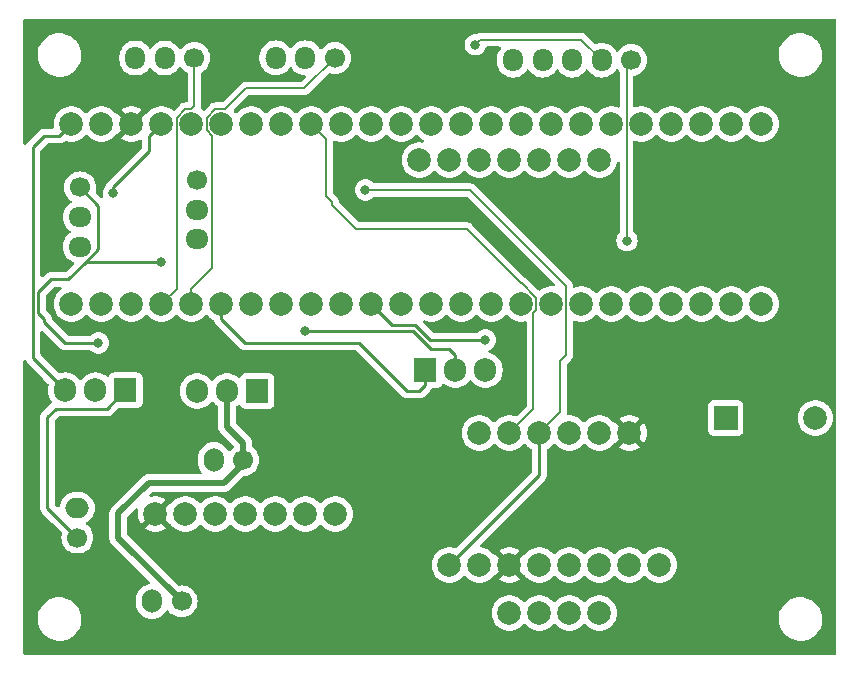
<source format=gbr>
%TF.GenerationSoftware,KiCad,Pcbnew,7.0.6-0*%
%TF.CreationDate,2023-09-30T12:37:56-04:00*%
%TF.ProjectId,UDM PCB,55444d20-5043-4422-9e6b-696361645f70,rev?*%
%TF.SameCoordinates,Original*%
%TF.FileFunction,Copper,L1,Top*%
%TF.FilePolarity,Positive*%
%FSLAX46Y46*%
G04 Gerber Fmt 4.6, Leading zero omitted, Abs format (unit mm)*
G04 Created by KiCad (PCBNEW 7.0.6-0) date 2023-09-30 12:37:56*
%MOMM*%
%LPD*%
G01*
G04 APERTURE LIST*
%TA.AperFunction,ComponentPad*%
%ADD10R,1.905000X2.000000*%
%TD*%
%TA.AperFunction,ComponentPad*%
%ADD11O,1.905000X2.000000*%
%TD*%
%TA.AperFunction,ComponentPad*%
%ADD12C,2.000000*%
%TD*%
%TA.AperFunction,ComponentPad*%
%ADD13R,2.000000X2.000000*%
%TD*%
%TA.AperFunction,ComponentPad*%
%ADD14C,1.700000*%
%TD*%
%TA.AperFunction,ComponentPad*%
%ADD15O,1.950000X1.700000*%
%TD*%
%TA.AperFunction,ComponentPad*%
%ADD16O,1.700000X1.950000*%
%TD*%
%TA.AperFunction,ComponentPad*%
%ADD17O,1.700000X2.000000*%
%TD*%
%TA.AperFunction,ComponentPad*%
%ADD18O,2.000000X1.700000*%
%TD*%
%TA.AperFunction,ViaPad*%
%ADD19C,0.800000*%
%TD*%
%TA.AperFunction,Conductor*%
%ADD20C,0.250000*%
%TD*%
%TA.AperFunction,Conductor*%
%ADD21C,0.127000*%
%TD*%
%TA.AperFunction,Conductor*%
%ADD22C,0.500000*%
%TD*%
G04 APERTURE END LIST*
D10*
%TO.P,Q2,1,B*%
%TO.N,SERVO_ON*%
X189992000Y-110998000D03*
D11*
%TO.P,Q2,2,C*%
%TO.N,Net-(Q2-C)*%
X192532000Y-110998000D03*
%TO.P,Q2,3,E*%
%TO.N,GND*%
X195072000Y-110998000D03*
%TD*%
D12*
%TO.P,BMP1,0,VIN*%
%TO.N,+3V3*%
X167132000Y-123190000D03*
%TO.P,BMP1,1,3V0*%
%TO.N,unconnected-(BMP1-3V0-Pad1)*%
X169672000Y-123190000D03*
%TO.P,BMP1,2,GND*%
%TO.N,GND*%
X172212000Y-123190000D03*
%TO.P,BMP1,3,SCK*%
%TO.N,SCL*%
X174752000Y-123190000D03*
%TO.P,BMP1,4,SDO*%
%TO.N,unconnected-(BMP1-SDO-Pad4)*%
X177292000Y-123190000D03*
%TO.P,BMP1,5,SDI*%
%TO.N,SDA*%
X179832000Y-123190000D03*
%TO.P,BMP1,6,CS*%
%TO.N,unconnected-(BMP1-CS-Pad6)*%
X182372000Y-123190000D03*
%TD*%
D13*
%TO.P,BZ1,1,-*%
%TO.N,BUZZER*%
X215412000Y-115062000D03*
D12*
%TO.P,BZ1,2,+*%
%TO.N,GND*%
X223012000Y-115062000D03*
%TD*%
%TO.P,Teensy4.1,0,GND*%
%TO.N,GND*%
X160020000Y-105410000D03*
%TO.P,Teensy4.1,1,RX1*%
%TO.N,unconnected-(Teensy4.1-RX1-Pad1)*%
X162560000Y-105410000D03*
%TO.P,Teensy4.1,2,TX1*%
%TO.N,unconnected-(Teensy4.1-TX1-Pad2)*%
X165100000Y-105410000D03*
%TO.P,Teensy4.1,3,PWM*%
%TO.N,PWM1*%
X167640000Y-105410000D03*
%TO.P,Teensy4.1,4,PWM*%
%TO.N,PWM2*%
X170180000Y-105410000D03*
%TO.P,Teensy4.1,5,PWM*%
%TO.N,SERVO_ON*%
X172720000Y-105410000D03*
%TO.P,Teensy4.1,6,PWM*%
%TO.N,unconnected-(Teensy4.1-PWM-Pad6)*%
X175260000Y-105410000D03*
%TO.P,Teensy4.1,7,PWM*%
%TO.N,STR_GLIDER*%
X177800000Y-105410000D03*
%TO.P,Teensy4.1,8,RX2*%
%TO.N,unconnected-(Teensy4.1-RX2-Pad8)*%
X180340000Y-105410000D03*
%TO.P,Teensy4.1,9,TX2*%
%TO.N,unconnected-(Teensy4.1-TX2-Pad9)*%
X182880000Y-105410000D03*
%TO.P,Teensy4.1,10,PWM*%
%TO.N,BUZZER*%
X185420000Y-105410000D03*
%TO.P,Teensy4.1,11,CS*%
%TO.N,unconnected-(Teensy4.1-CS-Pad11)*%
X187960000Y-105410000D03*
%TO.P,Teensy4.1,12,MOSI*%
%TO.N,unconnected-(Teensy4.1-MOSI-Pad12)*%
X190500000Y-105410000D03*
%TO.P,Teensy4.1,13,MISO*%
%TO.N,unconnected-(Teensy4.1-MISO-Pad13)*%
X193040000Y-105410000D03*
%TO.P,Teensy4.1,14,3.3V*%
%TO.N,unconnected-(Teensy4.1-3.3V-Pad14)*%
X195580000Y-105410000D03*
%TO.P,Teensy4.1,15,SCL2*%
%TO.N,SCL_COM*%
X198120000Y-105410000D03*
%TO.P,Teensy4.1,16,SDA2*%
%TO.N,SDA_COM*%
X200660000Y-105410000D03*
%TO.P,Teensy4.1,17,MOSI1*%
%TO.N,unconnected-(Teensy4.1-MOSI1-Pad17)*%
X203200000Y-105410000D03*
%TO.P,Teensy4.1,18,SCK1*%
%TO.N,unconnected-(Teensy4.1-SCK1-Pad18)*%
X205740000Y-105410000D03*
%TO.P,Teensy4.1,19,RX7*%
%TO.N,unconnected-(Teensy4.1-RX7-Pad19)*%
X208280000Y-105410000D03*
%TO.P,Teensy4.1,20,TX7*%
%TO.N,unconnected-(Teensy4.1-TX7-Pad20)*%
X210820000Y-105410000D03*
%TO.P,Teensy4.1,21,GPIO*%
%TO.N,unconnected-(Teensy4.1-GPIO-Pad21)*%
X213360000Y-105410000D03*
%TO.P,Teensy4.1,22,GPIO*%
%TO.N,unconnected-(Teensy4.1-GPIO-Pad22)*%
X215900000Y-105410000D03*
%TO.P,Teensy4.1,23,GPIO*%
%TO.N,unconnected-(Teensy4.1-GPIO-Pad23)*%
X218440000Y-105410000D03*
%TO.P,Teensy4.1,24,PWM*%
%TO.N,unconnected-(Teensy4.1-PWM-Pad24)*%
X218440000Y-90170000D03*
%TO.P,Teensy4.1,25,RX8*%
%TO.N,unconnected-(Teensy4.1-RX8-Pad25)*%
X215900000Y-90170000D03*
%TO.P,Teensy4.1,26,TX8*%
%TO.N,unconnected-(Teensy4.1-TX8-Pad26)*%
X213360000Y-90170000D03*
%TO.P,Teensy4.1,27,PWM*%
%TO.N,unconnected-(Teensy4.1-PWM-Pad27)*%
X210820000Y-90170000D03*
%TO.P,Teensy4.1,28,PWM*%
%TO.N,unconnected-(Teensy4.1-PWM-Pad28)*%
X208280000Y-90170000D03*
%TO.P,Teensy4.1,29,CS1*%
%TO.N,unconnected-(Teensy4.1-CS1-Pad29)*%
X205740000Y-90170000D03*
%TO.P,Teensy4.1,30,MISO*%
%TO.N,unconnected-(Teensy4.1-MISO-Pad30)*%
X203200000Y-90170000D03*
%TO.P,Teensy4.1,31,A16*%
%TO.N,unconnected-(Teensy4.1-A16-Pad31)*%
X200660000Y-90170000D03*
%TO.P,Teensy4.1,32,A17*%
%TO.N,unconnected-(Teensy4.1-A17-Pad32)*%
X198120000Y-90170000D03*
%TO.P,Teensy4.1,33,GND*%
%TO.N,unconnected-(Teensy4.1-GND-Pad33)*%
X195580000Y-90170000D03*
%TO.P,Teensy4.1,34,SCK*%
%TO.N,unconnected-(Teensy4.1-SCK-Pad34)*%
X193040000Y-90170000D03*
%TO.P,Teensy4.1,35,A0*%
%TO.N,unconnected-(Teensy4.1-A0-Pad35)*%
X190500000Y-90170000D03*
%TO.P,Teensy4.1,36,A1*%
%TO.N,unconnected-(Teensy4.1-A1-Pad36)*%
X187960000Y-90170000D03*
%TO.P,Teensy4.1,37,A2*%
%TO.N,unconnected-(Teensy4.1-A2-Pad37)*%
X185420000Y-90170000D03*
%TO.P,Teensy4.1,38,A3*%
%TO.N,unconnected-(Teensy4.1-A3-Pad38)*%
X182880000Y-90170000D03*
%TO.P,Teensy4.1,39,SDA*%
%TO.N,SDA*%
X180340000Y-90170000D03*
%TO.P,Teensy4.1,40,SCL*%
%TO.N,SCL*%
X177800000Y-90170000D03*
%TO.P,Teensy4.1,41,TX5*%
%TO.N,unconnected-(Teensy4.1-TX5-Pad41)*%
X175260000Y-90170000D03*
%TO.P,Teensy4.1,42,RX5*%
%TO.N,unconnected-(Teensy4.1-RX5-Pad42)*%
X172720000Y-90170000D03*
%TO.P,Teensy4.1,43,PWM*%
%TO.N,NICHROME_SIGNAL2*%
X170180000Y-90170000D03*
%TO.P,Teensy4.1,44,PWM*%
%TO.N,NICHROME_SIGNAL1*%
X167640000Y-90170000D03*
%TO.P,Teensy4.1,45,3.3V*%
%TO.N,+3V3*%
X165100000Y-90170000D03*
%TO.P,Teensy4.1,46,GND*%
%TO.N,GND*%
X162560000Y-90170000D03*
%TO.P,Teensy4.1,47,Vin*%
%TO.N,+5V*%
X160020000Y-90170000D03*
%TD*%
%TO.P,BNO1,0,Vin*%
%TO.N,+3V3*%
X207264000Y-116332000D03*
%TO.P,BNO1,1,3vo*%
%TO.N,unconnected-(BNO1-3vo-Pad1)*%
X204724000Y-116332000D03*
%TO.P,BNO1,2,GND*%
%TO.N,GND*%
X202184000Y-116332000D03*
%TO.P,BNO1,3,SCL*%
%TO.N,SCL*%
X199644000Y-116332000D03*
%TO.P,BNO1,4,SDA*%
%TO.N,SDA*%
X197104000Y-116332000D03*
%TO.P,BNO1,5,RST*%
%TO.N,unconnected-(BNO1-RST-Pad5)*%
X194564000Y-116332000D03*
%TO.P,BNO1,6,INT*%
%TO.N,unconnected-(BNO1-INT-Pad6)*%
X204724000Y-131572000D03*
%TO.P,BNO1,7,ADR*%
%TO.N,unconnected-(BNO1-ADR-Pad7)*%
X202184000Y-131572000D03*
%TO.P,BNO1,8,PS0*%
%TO.N,unconnected-(BNO1-PS0-Pad8)*%
X199644000Y-131572000D03*
%TO.P,BNO1,9,PS1*%
%TO.N,unconnected-(BNO1-PS1-Pad9)*%
X197104000Y-131572000D03*
%TD*%
D14*
%TO.P,Nichrome_Connector1,1,Pin_1*%
%TO.N,+7.5V*%
X160765000Y-95544000D03*
D15*
%TO.P,Nichrome_Connector1,2,Pin_2*%
%TO.N,NICHROME_SIGNAL1*%
X160765000Y-98044000D03*
%TO.P,Nichrome_Connector1,3,Pin_3*%
%TO.N,GND*%
X160765000Y-100544000D03*
%TD*%
D14*
%TO.P,Nichrome_Connector2,1,Pin_1*%
%TO.N,+7.5V*%
X170637200Y-94934400D03*
D15*
%TO.P,Nichrome_Connector2,2,Pin_2*%
%TO.N,NICHROME_SIGNAL2*%
X170637200Y-97434400D03*
%TO.P,Nichrome_Connector2,3,Pin_3*%
%TO.N,GND*%
X170637200Y-99934400D03*
%TD*%
D10*
%TO.P,Voltage_Regulator_5V1,1,B*%
%TO.N,+7.5V*%
X164592000Y-112705000D03*
D11*
%TO.P,Voltage_Regulator_5V1,2,C*%
%TO.N,GND*%
X162052000Y-112705000D03*
%TO.P,Voltage_Regulator_5V1,3,E*%
%TO.N,+5V*%
X159512000Y-112705000D03*
%TD*%
D12*
%TO.P,Sparkfun_NEO-M9N1,0,GND*%
%TO.N,unconnected-(Sparkfun_NEO-M9N1-GND-Pad0)*%
X204724000Y-93218000D03*
%TO.P,Sparkfun_NEO-M9N1,1,5V*%
%TO.N,unconnected-(Sparkfun_NEO-M9N1-5V-Pad1)*%
X202184000Y-93218000D03*
%TO.P,Sparkfun_NEO-M9N1,2,3V3*%
%TO.N,unconnected-(Sparkfun_NEO-M9N1-3V3-Pad2)*%
X199644000Y-93218000D03*
%TO.P,Sparkfun_NEO-M9N1,3,CS*%
%TO.N,unconnected-(Sparkfun_NEO-M9N1-CS-Pad3)*%
X197104000Y-93218000D03*
%TO.P,Sparkfun_NEO-M9N1,4,RX/SDI*%
%TO.N,unconnected-(Sparkfun_NEO-M9N1-RX{slash}SDI-Pad4)*%
X194564000Y-93218000D03*
%TO.P,Sparkfun_NEO-M9N1,5,TX/SDO*%
%TO.N,unconnected-(Sparkfun_NEO-M9N1-TX{slash}SDO-Pad5)*%
X192024000Y-93218000D03*
%TO.P,Sparkfun_NEO-M9N1,6,SCK*%
%TO.N,unconnected-(Sparkfun_NEO-M9N1-SCK-Pad6)*%
X189484000Y-93218000D03*
%TO.P,Sparkfun_NEO-M9N1,7,PPS*%
%TO.N,unconnected-(Sparkfun_NEO-M9N1-PPS-Pad7)*%
X209804000Y-127508000D03*
%TO.P,Sparkfun_NEO-M9N1,8,RST*%
%TO.N,unconnected-(Sparkfun_NEO-M9N1-RST-Pad8)*%
X207264000Y-127508000D03*
%TO.P,Sparkfun_NEO-M9N1,9,SAFE*%
%TO.N,unconnected-(Sparkfun_NEO-M9N1-SAFE-Pad9)*%
X204724000Y-127508000D03*
%TO.P,Sparkfun_NEO-M9N1,10,INT*%
%TO.N,unconnected-(Sparkfun_NEO-M9N1-INT-Pad10)*%
X202184000Y-127508000D03*
%TO.P,Sparkfun_NEO-M9N1,11,GND*%
%TO.N,GND*%
X199644000Y-127508000D03*
%TO.P,Sparkfun_NEO-M9N1,12,3V3*%
%TO.N,+3V3*%
X197104000Y-127508000D03*
%TO.P,Sparkfun_NEO-M9N1,13,SDA*%
%TO.N,SDA*%
X194564000Y-127508000D03*
%TO.P,Sparkfun_NEO-M9N1,14,SCL*%
%TO.N,SCL*%
X192024000Y-127508000D03*
%TD*%
D14*
%TO.P,Glider_Connection1,1,Pin_1*%
%TO.N,STR_FRAME*%
X207416400Y-84759800D03*
D16*
%TO.P,Glider_Connection1,2,Pin_2*%
%TO.N,STR_GLIDER*%
X204916400Y-84759800D03*
%TO.P,Glider_Connection1,3,Pin_3*%
%TO.N,GND*%
X202416400Y-84759800D03*
%TO.P,Glider_Connection1,4,Pin_4*%
%TO.N,SDA_COM*%
X199916400Y-84759800D03*
%TO.P,Glider_Connection1,5,Pin_5*%
%TO.N,SCL_COM*%
X197416400Y-84759800D03*
%TD*%
D14*
%TO.P,Servo1,1,Pin_1*%
%TO.N,PWM1*%
X170434000Y-84582000D03*
D16*
%TO.P,Servo1,2,Pin_2*%
%TO.N,+7.5V*%
X167934000Y-84582000D03*
%TO.P,Servo1,3,Pin_3*%
%TO.N,Net-(Q2-C)*%
X165434000Y-84582000D03*
%TD*%
D10*
%TO.P,D1,1,K*%
%TO.N,+7.5V*%
X175742600Y-112776000D03*
D11*
%TO.P,D1,2,A*%
%TO.N,Net-(Bypass_Switch1-Pin_1)*%
X173202600Y-112776000D03*
%TO.P,D1,3,G*%
%TO.N,STR_FRAME*%
X170662600Y-112776000D03*
%TD*%
D14*
%TO.P,Bypass_Switch1,1,Pin_1*%
%TO.N,Net-(Bypass_Switch1-Pin_1)*%
X174574200Y-118618000D03*
D17*
%TO.P,Bypass_Switch1,2,Pin_2*%
%TO.N,+7.5V*%
X172074200Y-118618000D03*
%TD*%
D14*
%TO.P,Servo2,1,Pin_1*%
%TO.N,PWM2*%
X182332000Y-84565000D03*
D16*
%TO.P,Servo2,2,Pin_2*%
%TO.N,+7.5V*%
X179832000Y-84565000D03*
%TO.P,Servo2,3,Pin_3*%
%TO.N,Net-(Q2-C)*%
X177332000Y-84565000D03*
%TD*%
D14*
%TO.P,Power1,1,Pin_1*%
%TO.N,Net-(Bypass_Switch1-Pin_1)*%
X169342000Y-130588000D03*
D17*
%TO.P,Power1,2,Pin_2*%
%TO.N,GND*%
X166842000Y-130588000D03*
%TD*%
D14*
%TO.P,PWR_OUT1,1,Pin_1*%
%TO.N,+7.5V*%
X160528000Y-125182000D03*
D18*
%TO.P,PWR_OUT1,2,Pin_2*%
%TO.N,GND*%
X160528000Y-122682000D03*
%TD*%
D19*
%TO.N,BUZZER*%
X195072000Y-108458000D03*
%TO.N,STR_FRAME*%
X207060800Y-100050600D03*
%TO.N,NICHROME_SIGNAL1*%
X163576000Y-96012000D03*
%TO.N,STR_GLIDER*%
X194208400Y-83464400D03*
%TO.N,SCL*%
X184912000Y-95758000D03*
%TO.N,+7.5V*%
X162306000Y-108712000D03*
X167640000Y-101854000D03*
%TO.N,Net-(Q2-C)*%
X179832000Y-107696000D03*
%TD*%
D20*
%TO.N,BUZZER*%
X195072000Y-108458000D02*
X190374396Y-108458000D01*
X187198000Y-107188000D02*
X185420000Y-105410000D01*
X189104396Y-107188000D02*
X187198000Y-107188000D01*
X190374396Y-108458000D02*
X189104396Y-107188000D01*
D21*
%TO.N,STR_FRAME*%
X207060800Y-100050600D02*
X207016500Y-100006300D01*
X207016500Y-100006300D02*
X207016500Y-85159700D01*
X207016500Y-85159700D02*
X207416400Y-84759800D01*
D20*
%TO.N,NICHROME_SIGNAL1*%
X166624000Y-92456000D02*
X166624000Y-91186000D01*
X163576000Y-96012000D02*
X163576000Y-95504000D01*
X166624000Y-91186000D02*
X167640000Y-90170000D01*
X163576000Y-95504000D02*
X166624000Y-92456000D01*
D21*
%TO.N,STR_GLIDER*%
X203189200Y-83032600D02*
X204916400Y-84759800D01*
X194208400Y-83464400D02*
X194640200Y-83032600D01*
X194640200Y-83032600D02*
X203189200Y-83032600D01*
%TO.N,SCL*%
X201422000Y-114554000D02*
X201422000Y-110236000D01*
X199644000Y-116332000D02*
X201422000Y-114554000D01*
X201923500Y-103879500D02*
X193802000Y-95758000D01*
D20*
X199644000Y-119888000D02*
X199644000Y-116332000D01*
X192024000Y-127508000D02*
X199644000Y-119888000D01*
D21*
X201923500Y-109734500D02*
X201923500Y-103879500D01*
X193802000Y-95758000D02*
X184912000Y-95758000D01*
X201422000Y-110236000D02*
X201923500Y-109734500D01*
%TO.N,SDA*%
X181610000Y-91440000D02*
X180340000Y-90170000D01*
X181610000Y-96266000D02*
X181610000Y-91440000D01*
X199136000Y-106180859D02*
X199383500Y-105933359D01*
X184150000Y-99060000D02*
X182118000Y-97028000D01*
X197104000Y-116332000D02*
X199136000Y-114300000D01*
X199136000Y-114300000D02*
X199136000Y-106180859D01*
X182118000Y-96774000D02*
X181610000Y-96266000D01*
X193548000Y-99060000D02*
X184150000Y-99060000D01*
X198120000Y-103632000D02*
X193548000Y-99060000D01*
X199383500Y-105933359D02*
X199383500Y-104886641D01*
X182118000Y-97028000D02*
X182118000Y-96774000D01*
X198128859Y-103632000D02*
X198120000Y-103632000D01*
X199383500Y-104886641D02*
X198128859Y-103632000D01*
D20*
%TO.N,+7.5V*%
X157734000Y-106934000D02*
X159512000Y-108712000D01*
X162997000Y-114300000D02*
X164592000Y-112705000D01*
X159766000Y-103329701D02*
X158290299Y-103329701D01*
X162306000Y-100789701D02*
X162306000Y-97085000D01*
X161265850Y-101829850D02*
X159766000Y-103329701D01*
X161265850Y-101829850D02*
X162306000Y-100789701D01*
X157988000Y-122642000D02*
X157988000Y-114999500D01*
X157988000Y-114999500D02*
X158687500Y-114300000D01*
X159512000Y-108712000D02*
X162306000Y-108712000D01*
X162306000Y-97085000D02*
X160765000Y-95544000D01*
X157734000Y-106680000D02*
X157734000Y-106934000D01*
X157226000Y-104394000D02*
X157226000Y-106172000D01*
X157226000Y-106172000D02*
X157734000Y-106680000D01*
X161290000Y-101854000D02*
X161265850Y-101829850D01*
X158687500Y-114300000D02*
X162997000Y-114300000D01*
X167640000Y-101854000D02*
X161290000Y-101854000D01*
X160528000Y-125182000D02*
X157988000Y-122642000D01*
X158290299Y-103329701D02*
X157226000Y-104394000D01*
%TO.N,SERVO_ON*%
X188468000Y-112776000D02*
X184404000Y-108712000D01*
X172720000Y-106680000D02*
X172720000Y-105410000D01*
X174752000Y-108712000D02*
X172720000Y-106680000D01*
X189992000Y-112268000D02*
X189484000Y-112776000D01*
X184404000Y-108712000D02*
X174752000Y-108712000D01*
X189484000Y-112776000D02*
X188468000Y-112776000D01*
X189992000Y-110998000D02*
X189992000Y-112268000D01*
%TO.N,Net-(Q2-C)*%
X179832000Y-107696000D02*
X188976000Y-107696000D01*
X190500000Y-109220000D02*
X192024000Y-109220000D01*
X192532000Y-109728000D02*
X192532000Y-110998000D01*
X188976000Y-107696000D02*
X190500000Y-109220000D01*
D21*
X176476116Y-84565000D02*
X177368000Y-84565000D01*
D20*
X192024000Y-109220000D02*
X192532000Y-109728000D01*
D21*
%TO.N,PWM1*%
X168916500Y-89646641D02*
X168916500Y-92005300D01*
X170434000Y-88646000D02*
X170173500Y-88906500D01*
X170173500Y-88906500D02*
X169656641Y-88906500D01*
X168916500Y-92005300D02*
X168935400Y-92024200D01*
X168935400Y-92024200D02*
X168935400Y-104114600D01*
X168935400Y-104114600D02*
X167640000Y-105410000D01*
X169656641Y-88906500D02*
X168916500Y-89646641D01*
X170434000Y-84582000D02*
X170434000Y-88646000D01*
%TO.N,PWM2*%
X179745500Y-87151500D02*
X182332000Y-84565000D01*
X171456500Y-89646641D02*
X172196641Y-88906500D01*
X170180000Y-104140000D02*
X171958000Y-102362000D01*
X171958000Y-102362000D02*
X171958000Y-91194859D01*
X171958000Y-91194859D02*
X171456500Y-90693359D01*
X172196641Y-88906500D02*
X173026500Y-88906500D01*
X174781500Y-87151500D02*
X179745500Y-87151500D01*
X170180000Y-105410000D02*
X170180000Y-104140000D01*
X173026500Y-88906500D02*
X174781500Y-87151500D01*
X171456500Y-90693359D02*
X171456500Y-89646641D01*
D20*
%TO.N,+5V*%
X157734000Y-91186000D02*
X159004000Y-91186000D01*
X159512000Y-112705000D02*
X156776000Y-109969000D01*
X159004000Y-91186000D02*
X160020000Y-90170000D01*
X156776000Y-92144000D02*
X157734000Y-91186000D01*
X156776000Y-109969000D02*
X156776000Y-92144000D01*
D22*
%TO.N,Net-(Bypass_Switch1-Pin_1)*%
X174574200Y-118922800D02*
X172923200Y-120573800D01*
X172923200Y-120573800D02*
X166547800Y-120573800D01*
X173202600Y-115798600D02*
X174574200Y-117170200D01*
X173202600Y-112776000D02*
X173202600Y-115798600D01*
X163982400Y-123139200D02*
X163982400Y-125228400D01*
X166547800Y-120573800D02*
X163982400Y-123139200D01*
X163982400Y-125228400D02*
X169342000Y-130588000D01*
X174574200Y-117170200D02*
X174574200Y-118922800D01*
%TD*%
%TA.AperFunction,Conductor*%
%TO.N,+3V3*%
G36*
X224732539Y-81300185D02*
G01*
X224778294Y-81352989D01*
X224789500Y-81404500D01*
X224789500Y-135003500D01*
X224769815Y-135070539D01*
X224717011Y-135116294D01*
X224665500Y-135127500D01*
X156080500Y-135127500D01*
X156013461Y-135107815D01*
X155967706Y-135055011D01*
X155956500Y-135003500D01*
X155956500Y-132147763D01*
X157149787Y-132147763D01*
X157179413Y-132417013D01*
X157179415Y-132417024D01*
X157247926Y-132679082D01*
X157247928Y-132679088D01*
X157353870Y-132928390D01*
X157494979Y-133159605D01*
X157494986Y-133159615D01*
X157668253Y-133367819D01*
X157668259Y-133367824D01*
X157869998Y-133548582D01*
X158095910Y-133698044D01*
X158341176Y-133813020D01*
X158341183Y-133813022D01*
X158341185Y-133813023D01*
X158600557Y-133891057D01*
X158600564Y-133891058D01*
X158600569Y-133891060D01*
X158868561Y-133930500D01*
X158868566Y-133930500D01*
X159071636Y-133930500D01*
X159123133Y-133926730D01*
X159274156Y-133915677D01*
X159386758Y-133890593D01*
X159538546Y-133856782D01*
X159538548Y-133856781D01*
X159538553Y-133856780D01*
X159791558Y-133760014D01*
X160027777Y-133627441D01*
X160242177Y-133461888D01*
X160430186Y-133266881D01*
X160587799Y-133046579D01*
X160661787Y-132902669D01*
X160711649Y-132805690D01*
X160711651Y-132805684D01*
X160711656Y-132805675D01*
X160799118Y-132549305D01*
X160848319Y-132282933D01*
X160858212Y-132012235D01*
X160828586Y-131742982D01*
X160760072Y-131480912D01*
X160654130Y-131231610D01*
X160513018Y-131000390D01*
X160490568Y-130973413D01*
X160339746Y-130792180D01*
X160339740Y-130792175D01*
X160138002Y-130611418D01*
X159912092Y-130461957D01*
X159912090Y-130461956D01*
X159666824Y-130346980D01*
X159666819Y-130346978D01*
X159666814Y-130346976D01*
X159407442Y-130268942D01*
X159407428Y-130268939D01*
X159291791Y-130251921D01*
X159139439Y-130229500D01*
X158936369Y-130229500D01*
X158936364Y-130229500D01*
X158733844Y-130244323D01*
X158733831Y-130244325D01*
X158469453Y-130303217D01*
X158469446Y-130303220D01*
X158216439Y-130399987D01*
X157980226Y-130532557D01*
X157765822Y-130698112D01*
X157577822Y-130893109D01*
X157577816Y-130893116D01*
X157420202Y-131113419D01*
X157420199Y-131113424D01*
X157296350Y-131354309D01*
X157296343Y-131354327D01*
X157208884Y-131610685D01*
X157208881Y-131610699D01*
X157205963Y-131626498D01*
X157170257Y-131819812D01*
X157159681Y-131877068D01*
X157159680Y-131877075D01*
X157149787Y-132147763D01*
X155956500Y-132147763D01*
X155956500Y-110261518D01*
X155976185Y-110194479D01*
X156028989Y-110148724D01*
X156098147Y-110138780D01*
X156161703Y-110167805D01*
X156194302Y-110212273D01*
X156197380Y-110219387D01*
X156207580Y-110236634D01*
X156216138Y-110254103D01*
X156223514Y-110272732D01*
X156250898Y-110310423D01*
X156254106Y-110315307D01*
X156277827Y-110355416D01*
X156277833Y-110355424D01*
X156291990Y-110369580D01*
X156304628Y-110384376D01*
X156316405Y-110400586D01*
X156316406Y-110400587D01*
X156352309Y-110430288D01*
X156356620Y-110434210D01*
X157650532Y-111728123D01*
X158077838Y-112155429D01*
X158111323Y-112216752D01*
X158110363Y-112273549D01*
X158073904Y-112417525D01*
X158059000Y-112597402D01*
X158059000Y-112812598D01*
X158073904Y-112992472D01*
X158133017Y-113225905D01*
X158229744Y-113446421D01*
X158346192Y-113624659D01*
X158366380Y-113691548D01*
X158347199Y-113758734D01*
X158305510Y-113799209D01*
X158301080Y-113801828D01*
X158286908Y-113816000D01*
X158272123Y-113828628D01*
X158255912Y-113840407D01*
X158226209Y-113876310D01*
X158222277Y-113880631D01*
X157604208Y-114498699D01*
X157591951Y-114508520D01*
X157592134Y-114508741D01*
X157586123Y-114513713D01*
X157538772Y-114564136D01*
X157517889Y-114585019D01*
X157517877Y-114585032D01*
X157513621Y-114590517D01*
X157509837Y-114594947D01*
X157477937Y-114628918D01*
X157477936Y-114628920D01*
X157468284Y-114646476D01*
X157457610Y-114662726D01*
X157445329Y-114678561D01*
X157445324Y-114678568D01*
X157426815Y-114721338D01*
X157424245Y-114726584D01*
X157401803Y-114767406D01*
X157396822Y-114786807D01*
X157390521Y-114805210D01*
X157382562Y-114823602D01*
X157382561Y-114823605D01*
X157375271Y-114869627D01*
X157374087Y-114875346D01*
X157362501Y-114920472D01*
X157362500Y-114920482D01*
X157362500Y-114940516D01*
X157360973Y-114959915D01*
X157357840Y-114979694D01*
X157357840Y-114979695D01*
X157362225Y-115026083D01*
X157362500Y-115031921D01*
X157362500Y-122559255D01*
X157360775Y-122574872D01*
X157361061Y-122574899D01*
X157360326Y-122582665D01*
X157362500Y-122651814D01*
X157362500Y-122681343D01*
X157362501Y-122681360D01*
X157363368Y-122688231D01*
X157363826Y-122694050D01*
X157365290Y-122740624D01*
X157365291Y-122740627D01*
X157370880Y-122759867D01*
X157374824Y-122778911D01*
X157377336Y-122798792D01*
X157391367Y-122834230D01*
X157394490Y-122842119D01*
X157396382Y-122847647D01*
X157409126Y-122891511D01*
X157409382Y-122892390D01*
X157414785Y-122901527D01*
X157419580Y-122909634D01*
X157428138Y-122927103D01*
X157435514Y-122945732D01*
X157462898Y-122983423D01*
X157466106Y-122988307D01*
X157489827Y-123028416D01*
X157489833Y-123028424D01*
X157503990Y-123042580D01*
X157516627Y-123057375D01*
X157519261Y-123061000D01*
X157528405Y-123073586D01*
X157528406Y-123073587D01*
X157564309Y-123103288D01*
X157568620Y-123107210D01*
X158417313Y-123955903D01*
X159187762Y-124726352D01*
X159221247Y-124787675D01*
X159219856Y-124846126D01*
X159192938Y-124946586D01*
X159192936Y-124946596D01*
X159172341Y-125181999D01*
X159172341Y-125182000D01*
X159192936Y-125417403D01*
X159192938Y-125417413D01*
X159254094Y-125645655D01*
X159254096Y-125645659D01*
X159254097Y-125645663D01*
X159324772Y-125797226D01*
X159353965Y-125859830D01*
X159353967Y-125859834D01*
X159457166Y-126007216D01*
X159489505Y-126053401D01*
X159656599Y-126220495D01*
X159747848Y-126284388D01*
X159850165Y-126356032D01*
X159850167Y-126356033D01*
X159850170Y-126356035D01*
X160064337Y-126455903D01*
X160292592Y-126517063D01*
X160480918Y-126533539D01*
X160527999Y-126537659D01*
X160528000Y-126537659D01*
X160528001Y-126537659D01*
X160567234Y-126534226D01*
X160763408Y-126517063D01*
X160991663Y-126455903D01*
X161205830Y-126356035D01*
X161399401Y-126220495D01*
X161566495Y-126053401D01*
X161702035Y-125859830D01*
X161801903Y-125645663D01*
X161863063Y-125417408D01*
X161881522Y-125206425D01*
X163227110Y-125206425D01*
X163231664Y-125258464D01*
X163231900Y-125263870D01*
X163231900Y-125272109D01*
X163235706Y-125304674D01*
X163242400Y-125381191D01*
X163243861Y-125388267D01*
X163243803Y-125388278D01*
X163245434Y-125395637D01*
X163245492Y-125395624D01*
X163247157Y-125402650D01*
X163273425Y-125474824D01*
X163297585Y-125547731D01*
X163300636Y-125554274D01*
X163300582Y-125554298D01*
X163303870Y-125561088D01*
X163303921Y-125561063D01*
X163307161Y-125567513D01*
X163307162Y-125567514D01*
X163307163Y-125567517D01*
X163349364Y-125631683D01*
X163349365Y-125631683D01*
X163389687Y-125697055D01*
X163394166Y-125702719D01*
X163394119Y-125702756D01*
X163398882Y-125708602D01*
X163398928Y-125708564D01*
X163403573Y-125714100D01*
X163459417Y-125766785D01*
X166603764Y-128911133D01*
X166637249Y-128972456D01*
X166632265Y-129042148D01*
X166590393Y-129098081D01*
X166548176Y-129118589D01*
X166378344Y-129164094D01*
X166378335Y-129164098D01*
X166164171Y-129263964D01*
X166164169Y-129263965D01*
X165970597Y-129399505D01*
X165803505Y-129566597D01*
X165667965Y-129760169D01*
X165667964Y-129760171D01*
X165568098Y-129974335D01*
X165568094Y-129974344D01*
X165506938Y-130202586D01*
X165506936Y-130202596D01*
X165491500Y-130379034D01*
X165491500Y-130796966D01*
X165506936Y-130973403D01*
X165506938Y-130973413D01*
X165568094Y-131201655D01*
X165568096Y-131201659D01*
X165568097Y-131201663D01*
X165582062Y-131231610D01*
X165667964Y-131415828D01*
X165667965Y-131415830D01*
X165803505Y-131609402D01*
X165937079Y-131742975D01*
X165970599Y-131776495D01*
X166032462Y-131819812D01*
X166164165Y-131912032D01*
X166164167Y-131912033D01*
X166164170Y-131912035D01*
X166378337Y-132011903D01*
X166606592Y-132073063D01*
X166794918Y-132089539D01*
X166841999Y-132093659D01*
X166842000Y-132093659D01*
X166842001Y-132093659D01*
X166881234Y-132090226D01*
X167077408Y-132073063D01*
X167305663Y-132011903D01*
X167519829Y-131912035D01*
X167713401Y-131776495D01*
X167880495Y-131609401D01*
X168016035Y-131415829D01*
X168027985Y-131390201D01*
X168074158Y-131337761D01*
X168141351Y-131318609D01*
X168208232Y-131338824D01*
X168241942Y-131371480D01*
X168303505Y-131459401D01*
X168470599Y-131626495D01*
X168567384Y-131694264D01*
X168664165Y-131762032D01*
X168664167Y-131762033D01*
X168664170Y-131762035D01*
X168878337Y-131861903D01*
X169106592Y-131923063D01*
X169294918Y-131939539D01*
X169341999Y-131943659D01*
X169342000Y-131943659D01*
X169342001Y-131943659D01*
X169381234Y-131940226D01*
X169577408Y-131923063D01*
X169805663Y-131861903D01*
X170019830Y-131762035D01*
X170213401Y-131626495D01*
X170267891Y-131572005D01*
X195598357Y-131572005D01*
X195618890Y-131819812D01*
X195618892Y-131819824D01*
X195679936Y-132060881D01*
X195779826Y-132288606D01*
X195915833Y-132496782D01*
X195915836Y-132496785D01*
X196084256Y-132679738D01*
X196280491Y-132832474D01*
X196499190Y-132950828D01*
X196734386Y-133031571D01*
X196979665Y-133072500D01*
X197228335Y-133072500D01*
X197473614Y-133031571D01*
X197708810Y-132950828D01*
X197927509Y-132832474D01*
X198123744Y-132679738D01*
X198282771Y-132506988D01*
X198342657Y-132470999D01*
X198412495Y-132473099D01*
X198465228Y-132506988D01*
X198624256Y-132679738D01*
X198820491Y-132832474D01*
X199039190Y-132950828D01*
X199274386Y-133031571D01*
X199519665Y-133072500D01*
X199768335Y-133072500D01*
X200013614Y-133031571D01*
X200248810Y-132950828D01*
X200467509Y-132832474D01*
X200663744Y-132679738D01*
X200822771Y-132506988D01*
X200882657Y-132470999D01*
X200952495Y-132473099D01*
X201005228Y-132506988D01*
X201164256Y-132679738D01*
X201360491Y-132832474D01*
X201579190Y-132950828D01*
X201814386Y-133031571D01*
X202059665Y-133072500D01*
X202308335Y-133072500D01*
X202553614Y-133031571D01*
X202788810Y-132950828D01*
X203007509Y-132832474D01*
X203203744Y-132679738D01*
X203362771Y-132506988D01*
X203422657Y-132470999D01*
X203492495Y-132473099D01*
X203545228Y-132506988D01*
X203704256Y-132679738D01*
X203900491Y-132832474D01*
X204119190Y-132950828D01*
X204354386Y-133031571D01*
X204599665Y-133072500D01*
X204848335Y-133072500D01*
X205093614Y-133031571D01*
X205328810Y-132950828D01*
X205547509Y-132832474D01*
X205743744Y-132679738D01*
X205912164Y-132496785D01*
X206048173Y-132288607D01*
X206109953Y-132147763D01*
X219887787Y-132147763D01*
X219917413Y-132417013D01*
X219917415Y-132417024D01*
X219985926Y-132679082D01*
X219985928Y-132679088D01*
X220091870Y-132928390D01*
X220232979Y-133159605D01*
X220232986Y-133159615D01*
X220406253Y-133367819D01*
X220406259Y-133367824D01*
X220607998Y-133548582D01*
X220833910Y-133698044D01*
X221079176Y-133813020D01*
X221079183Y-133813022D01*
X221079185Y-133813023D01*
X221338557Y-133891057D01*
X221338564Y-133891058D01*
X221338569Y-133891060D01*
X221606561Y-133930500D01*
X221606566Y-133930500D01*
X221809636Y-133930500D01*
X221861133Y-133926730D01*
X222012156Y-133915677D01*
X222124758Y-133890593D01*
X222276546Y-133856782D01*
X222276548Y-133856781D01*
X222276553Y-133856780D01*
X222529558Y-133760014D01*
X222765777Y-133627441D01*
X222980177Y-133461888D01*
X223168186Y-133266881D01*
X223325799Y-133046579D01*
X223399787Y-132902669D01*
X223449649Y-132805690D01*
X223449651Y-132805684D01*
X223449656Y-132805675D01*
X223537118Y-132549305D01*
X223586319Y-132282933D01*
X223596212Y-132012235D01*
X223566586Y-131742982D01*
X223498072Y-131480912D01*
X223392130Y-131231610D01*
X223251018Y-131000390D01*
X223228568Y-130973413D01*
X223077746Y-130792180D01*
X223077740Y-130792175D01*
X222876002Y-130611418D01*
X222650092Y-130461957D01*
X222650090Y-130461956D01*
X222404824Y-130346980D01*
X222404819Y-130346978D01*
X222404814Y-130346976D01*
X222145442Y-130268942D01*
X222145428Y-130268939D01*
X222029791Y-130251921D01*
X221877439Y-130229500D01*
X221674369Y-130229500D01*
X221674364Y-130229500D01*
X221471844Y-130244323D01*
X221471831Y-130244325D01*
X221207453Y-130303217D01*
X221207446Y-130303220D01*
X220954439Y-130399987D01*
X220718226Y-130532557D01*
X220503822Y-130698112D01*
X220315822Y-130893109D01*
X220315816Y-130893116D01*
X220158202Y-131113419D01*
X220158199Y-131113424D01*
X220034350Y-131354309D01*
X220034343Y-131354327D01*
X219946884Y-131610685D01*
X219946881Y-131610699D01*
X219943963Y-131626498D01*
X219908257Y-131819812D01*
X219897681Y-131877068D01*
X219897680Y-131877075D01*
X219887787Y-132147763D01*
X206109953Y-132147763D01*
X206148063Y-132060881D01*
X206209108Y-131819821D01*
X206229643Y-131572000D01*
X206210322Y-131338824D01*
X206209109Y-131324187D01*
X206209107Y-131324175D01*
X206148063Y-131083118D01*
X206048173Y-130855393D01*
X205912166Y-130647217D01*
X205890557Y-130623744D01*
X205743744Y-130464262D01*
X205547509Y-130311526D01*
X205547507Y-130311525D01*
X205547506Y-130311524D01*
X205328811Y-130193172D01*
X205328802Y-130193169D01*
X205093616Y-130112429D01*
X204848335Y-130071500D01*
X204599665Y-130071500D01*
X204354383Y-130112429D01*
X204119197Y-130193169D01*
X204119188Y-130193172D01*
X203900493Y-130311524D01*
X203704257Y-130464261D01*
X203545230Y-130637010D01*
X203485342Y-130673001D01*
X203415504Y-130670900D01*
X203362770Y-130637010D01*
X203317652Y-130587999D01*
X203203744Y-130464262D01*
X203007509Y-130311526D01*
X203007507Y-130311525D01*
X203007506Y-130311524D01*
X202788811Y-130193172D01*
X202788802Y-130193169D01*
X202553616Y-130112429D01*
X202308335Y-130071500D01*
X202059665Y-130071500D01*
X201814383Y-130112429D01*
X201579197Y-130193169D01*
X201579188Y-130193172D01*
X201360493Y-130311524D01*
X201164257Y-130464261D01*
X201005230Y-130637010D01*
X200945342Y-130673001D01*
X200875504Y-130670900D01*
X200822770Y-130637010D01*
X200777652Y-130587999D01*
X200663744Y-130464262D01*
X200467509Y-130311526D01*
X200467507Y-130311525D01*
X200467506Y-130311524D01*
X200248811Y-130193172D01*
X200248802Y-130193169D01*
X200013616Y-130112429D01*
X199768335Y-130071500D01*
X199519665Y-130071500D01*
X199274383Y-130112429D01*
X199039197Y-130193169D01*
X199039188Y-130193172D01*
X198820493Y-130311524D01*
X198624257Y-130464261D01*
X198465230Y-130637010D01*
X198405342Y-130673001D01*
X198335504Y-130670900D01*
X198282770Y-130637010D01*
X198237652Y-130587999D01*
X198123744Y-130464262D01*
X197927509Y-130311526D01*
X197927507Y-130311525D01*
X197927506Y-130311524D01*
X197708811Y-130193172D01*
X197708802Y-130193169D01*
X197473616Y-130112429D01*
X197228335Y-130071500D01*
X196979665Y-130071500D01*
X196734383Y-130112429D01*
X196499197Y-130193169D01*
X196499188Y-130193172D01*
X196280493Y-130311524D01*
X196084257Y-130464261D01*
X195915833Y-130647217D01*
X195779826Y-130855393D01*
X195679936Y-131083118D01*
X195618892Y-131324175D01*
X195618890Y-131324187D01*
X195598357Y-131571994D01*
X195598357Y-131572005D01*
X170267891Y-131572005D01*
X170380495Y-131459401D01*
X170516035Y-131265830D01*
X170615903Y-131051663D01*
X170677063Y-130823408D01*
X170697659Y-130588000D01*
X170677063Y-130352592D01*
X170615903Y-130124337D01*
X170516035Y-129910171D01*
X170411005Y-129760171D01*
X170380494Y-129716597D01*
X170213402Y-129549506D01*
X170213395Y-129549501D01*
X170019834Y-129413967D01*
X170019830Y-129413965D01*
X170019829Y-129413965D01*
X169805663Y-129314097D01*
X169805659Y-129314096D01*
X169805655Y-129314094D01*
X169577413Y-129252938D01*
X169577403Y-129252936D01*
X169342001Y-129232341D01*
X169341998Y-129232341D01*
X169128986Y-129250977D01*
X169060486Y-129237210D01*
X169030498Y-129215130D01*
X164769219Y-124953850D01*
X164735734Y-124892527D01*
X164732900Y-124866169D01*
X164732900Y-123501428D01*
X164752585Y-123434389D01*
X164769214Y-123413752D01*
X165466859Y-122716107D01*
X165528180Y-122682624D01*
X165597872Y-122687608D01*
X165653805Y-122729480D01*
X165678222Y-122794944D01*
X165674744Y-122834230D01*
X165647387Y-122942257D01*
X165647385Y-122942270D01*
X165626859Y-123189994D01*
X165626859Y-123190005D01*
X165647385Y-123437729D01*
X165647387Y-123437738D01*
X165708412Y-123678717D01*
X165808266Y-123906364D01*
X165908564Y-124059882D01*
X166640866Y-123327579D01*
X166663318Y-123404040D01*
X166742605Y-123527413D01*
X166853438Y-123623451D01*
X166986839Y-123684373D01*
X166990634Y-123684918D01*
X166261942Y-124413609D01*
X166308768Y-124450055D01*
X166308770Y-124450056D01*
X166527385Y-124568364D01*
X166527396Y-124568369D01*
X166762506Y-124649083D01*
X167007707Y-124690000D01*
X167256293Y-124690000D01*
X167501493Y-124649083D01*
X167736603Y-124568369D01*
X167736614Y-124568364D01*
X167955228Y-124450057D01*
X167955231Y-124450055D01*
X168002056Y-124413609D01*
X167273365Y-123684918D01*
X167277161Y-123684373D01*
X167410562Y-123623451D01*
X167521395Y-123527413D01*
X167600682Y-123404040D01*
X167623132Y-123327580D01*
X168355434Y-124059882D01*
X168366861Y-124058697D01*
X168435573Y-124071360D01*
X168480092Y-124111194D01*
X168480683Y-124110735D01*
X168483218Y-124113992D01*
X168483456Y-124114205D01*
X168483831Y-124114780D01*
X168531709Y-124166789D01*
X168652256Y-124297738D01*
X168848491Y-124450474D01*
X168848493Y-124450475D01*
X169066332Y-124568364D01*
X169067190Y-124568828D01*
X169286141Y-124643994D01*
X169300964Y-124649083D01*
X169302386Y-124649571D01*
X169547665Y-124690500D01*
X169796335Y-124690500D01*
X170041614Y-124649571D01*
X170276810Y-124568828D01*
X170495509Y-124450474D01*
X170691744Y-124297738D01*
X170850771Y-124124988D01*
X170910657Y-124088999D01*
X170980495Y-124091099D01*
X171033228Y-124124988D01*
X171192256Y-124297738D01*
X171388491Y-124450474D01*
X171388493Y-124450475D01*
X171606332Y-124568364D01*
X171607190Y-124568828D01*
X171826141Y-124643994D01*
X171840964Y-124649083D01*
X171842386Y-124649571D01*
X172087665Y-124690500D01*
X172336335Y-124690500D01*
X172581614Y-124649571D01*
X172816810Y-124568828D01*
X173035509Y-124450474D01*
X173231744Y-124297738D01*
X173390771Y-124124988D01*
X173450657Y-124088999D01*
X173520495Y-124091099D01*
X173573228Y-124124988D01*
X173732256Y-124297738D01*
X173928491Y-124450474D01*
X173928493Y-124450475D01*
X174146332Y-124568364D01*
X174147190Y-124568828D01*
X174366141Y-124643994D01*
X174380964Y-124649083D01*
X174382386Y-124649571D01*
X174627665Y-124690500D01*
X174876335Y-124690500D01*
X175121614Y-124649571D01*
X175356810Y-124568828D01*
X175575509Y-124450474D01*
X175771744Y-124297738D01*
X175930771Y-124124988D01*
X175990657Y-124088999D01*
X176060495Y-124091099D01*
X176113228Y-124124988D01*
X176272256Y-124297738D01*
X176468491Y-124450474D01*
X176468493Y-124450475D01*
X176686332Y-124568364D01*
X176687190Y-124568828D01*
X176906141Y-124643994D01*
X176920964Y-124649083D01*
X176922386Y-124649571D01*
X177167665Y-124690500D01*
X177416335Y-124690500D01*
X177661614Y-124649571D01*
X177896810Y-124568828D01*
X178115509Y-124450474D01*
X178311744Y-124297738D01*
X178470772Y-124124986D01*
X178530656Y-124088999D01*
X178600494Y-124091099D01*
X178653228Y-124124989D01*
X178812252Y-124297734D01*
X178812256Y-124297738D01*
X179008491Y-124450474D01*
X179008493Y-124450475D01*
X179226332Y-124568364D01*
X179227190Y-124568828D01*
X179446141Y-124643994D01*
X179460964Y-124649083D01*
X179462386Y-124649571D01*
X179707665Y-124690500D01*
X179956335Y-124690500D01*
X180201614Y-124649571D01*
X180436810Y-124568828D01*
X180655509Y-124450474D01*
X180851744Y-124297738D01*
X181010771Y-124124988D01*
X181070657Y-124088999D01*
X181140495Y-124091099D01*
X181193228Y-124124988D01*
X181352256Y-124297738D01*
X181548491Y-124450474D01*
X181548493Y-124450475D01*
X181766332Y-124568364D01*
X181767190Y-124568828D01*
X181986141Y-124643994D01*
X182000964Y-124649083D01*
X182002386Y-124649571D01*
X182247665Y-124690500D01*
X182496335Y-124690500D01*
X182741614Y-124649571D01*
X182976810Y-124568828D01*
X183195509Y-124450474D01*
X183391744Y-124297738D01*
X183560164Y-124114785D01*
X183696173Y-123906607D01*
X183796063Y-123678881D01*
X183857108Y-123437821D01*
X183857393Y-123434389D01*
X183863570Y-123359834D01*
X183877643Y-123190000D01*
X183859907Y-122975960D01*
X183857109Y-122942187D01*
X183857107Y-122942175D01*
X183796063Y-122701118D01*
X183696173Y-122473393D01*
X183560166Y-122265217D01*
X183517008Y-122218335D01*
X183391744Y-122082262D01*
X183195509Y-121929526D01*
X183195507Y-121929525D01*
X183195506Y-121929524D01*
X182976811Y-121811172D01*
X182976802Y-121811169D01*
X182741616Y-121730429D01*
X182496335Y-121689500D01*
X182247665Y-121689500D01*
X182002383Y-121730429D01*
X181767197Y-121811169D01*
X181767188Y-121811172D01*
X181548493Y-121929524D01*
X181352257Y-122082261D01*
X181193230Y-122255010D01*
X181133342Y-122291001D01*
X181063504Y-122288900D01*
X181010770Y-122255010D01*
X180971108Y-122211926D01*
X180851744Y-122082262D01*
X180655509Y-121929526D01*
X180655507Y-121929525D01*
X180655506Y-121929524D01*
X180436811Y-121811172D01*
X180436802Y-121811169D01*
X180201616Y-121730429D01*
X179956335Y-121689500D01*
X179707665Y-121689500D01*
X179462383Y-121730429D01*
X179227197Y-121811169D01*
X179227188Y-121811172D01*
X179008493Y-121929524D01*
X178812255Y-122082262D01*
X178812252Y-122082265D01*
X178653228Y-122255010D01*
X178593341Y-122291001D01*
X178523503Y-122288900D01*
X178470770Y-122255011D01*
X178311744Y-122082262D01*
X178115509Y-121929526D01*
X178115507Y-121929525D01*
X178115506Y-121929524D01*
X177896811Y-121811172D01*
X177896802Y-121811169D01*
X177661616Y-121730429D01*
X177416335Y-121689500D01*
X177167665Y-121689500D01*
X176922383Y-121730429D01*
X176687197Y-121811169D01*
X176687188Y-121811172D01*
X176468493Y-121929524D01*
X176272257Y-122082261D01*
X176113230Y-122255010D01*
X176053342Y-122291001D01*
X175983504Y-122288900D01*
X175930770Y-122255010D01*
X175891108Y-122211926D01*
X175771744Y-122082262D01*
X175575509Y-121929526D01*
X175575507Y-121929525D01*
X175575506Y-121929524D01*
X175356811Y-121811172D01*
X175356802Y-121811169D01*
X175121616Y-121730429D01*
X174876335Y-121689500D01*
X174627665Y-121689500D01*
X174382383Y-121730429D01*
X174147197Y-121811169D01*
X174147188Y-121811172D01*
X173928493Y-121929524D01*
X173732255Y-122082262D01*
X173732252Y-122082265D01*
X173573228Y-122255010D01*
X173513341Y-122291001D01*
X173443503Y-122288900D01*
X173390770Y-122255011D01*
X173231744Y-122082262D01*
X173035509Y-121929526D01*
X173035507Y-121929525D01*
X173035506Y-121929524D01*
X172816811Y-121811172D01*
X172816802Y-121811169D01*
X172581616Y-121730429D01*
X172336335Y-121689500D01*
X172087665Y-121689500D01*
X171842383Y-121730429D01*
X171607197Y-121811169D01*
X171607188Y-121811172D01*
X171388493Y-121929524D01*
X171192257Y-122082261D01*
X171033230Y-122255010D01*
X170973342Y-122291001D01*
X170903504Y-122288900D01*
X170850770Y-122255010D01*
X170811108Y-122211926D01*
X170691744Y-122082262D01*
X170495509Y-121929526D01*
X170495507Y-121929525D01*
X170495506Y-121929524D01*
X170276811Y-121811172D01*
X170276802Y-121811169D01*
X170041616Y-121730429D01*
X169796335Y-121689500D01*
X169547665Y-121689500D01*
X169302383Y-121730429D01*
X169067197Y-121811169D01*
X169067188Y-121811172D01*
X168848493Y-121929524D01*
X168652257Y-122082261D01*
X168483837Y-122265213D01*
X168483829Y-122265224D01*
X168483455Y-122265797D01*
X168483242Y-122265978D01*
X168480690Y-122269258D01*
X168480014Y-122268732D01*
X168430304Y-122311147D01*
X168366865Y-122321302D01*
X168355434Y-122320116D01*
X167623132Y-123052418D01*
X167600682Y-122975960D01*
X167521395Y-122852587D01*
X167410562Y-122756549D01*
X167277161Y-122695627D01*
X167273364Y-122695081D01*
X168002057Y-121966389D01*
X167955229Y-121929943D01*
X167736614Y-121811635D01*
X167736603Y-121811630D01*
X167501493Y-121730916D01*
X167256293Y-121690000D01*
X167007706Y-121690000D01*
X166771657Y-121729389D01*
X166702292Y-121721007D01*
X166648470Y-121676454D01*
X166627280Y-121609875D01*
X166645448Y-121542409D01*
X166663559Y-121519407D01*
X166822350Y-121360616D01*
X166883671Y-121327134D01*
X166910029Y-121324300D01*
X172859495Y-121324300D01*
X172877465Y-121325609D01*
X172901223Y-121329089D01*
X172953268Y-121324535D01*
X172958670Y-121324300D01*
X172966904Y-121324300D01*
X172966909Y-121324300D01*
X172978527Y-121322941D01*
X172999476Y-121320493D01*
X173012228Y-121319377D01*
X173075997Y-121313799D01*
X173076005Y-121313796D01*
X173083066Y-121312339D01*
X173083078Y-121312398D01*
X173090443Y-121310765D01*
X173090429Y-121310706D01*
X173097446Y-121309041D01*
X173097455Y-121309041D01*
X173169623Y-121282774D01*
X173242534Y-121258614D01*
X173242543Y-121258607D01*
X173249082Y-121255560D01*
X173249108Y-121255616D01*
X173255890Y-121252332D01*
X173255863Y-121252278D01*
X173262306Y-121249040D01*
X173262317Y-121249037D01*
X173326483Y-121206834D01*
X173391856Y-121166512D01*
X173391862Y-121166505D01*
X173397525Y-121162029D01*
X173397562Y-121162077D01*
X173403404Y-121157318D01*
X173403364Y-121157271D01*
X173408886Y-121152636D01*
X173408896Y-121152630D01*
X173430598Y-121129625D01*
X173461586Y-121096782D01*
X174349431Y-120208935D01*
X174553803Y-120004562D01*
X174615124Y-119971079D01*
X174630666Y-119968718D01*
X174809608Y-119953063D01*
X175037863Y-119891903D01*
X175252030Y-119792035D01*
X175445601Y-119656495D01*
X175612695Y-119489401D01*
X175748235Y-119295830D01*
X175848103Y-119081663D01*
X175909263Y-118853408D01*
X175929859Y-118618000D01*
X175909263Y-118382592D01*
X175848103Y-118154337D01*
X175748235Y-117940171D01*
X175709840Y-117885336D01*
X175612694Y-117746597D01*
X175445604Y-117579507D01*
X175377575Y-117531872D01*
X175333951Y-117477294D01*
X175324700Y-117430298D01*
X175324700Y-117233905D01*
X175326009Y-117215935D01*
X175328241Y-117200697D01*
X175329489Y-117192177D01*
X175324935Y-117140133D01*
X175324700Y-117134732D01*
X175324700Y-117126497D01*
X175324700Y-117126496D01*
X175324700Y-117126491D01*
X175320891Y-117093907D01*
X175314198Y-117017402D01*
X175314196Y-117017397D01*
X175312738Y-117010333D01*
X175312797Y-117010320D01*
X175311167Y-117002964D01*
X175311108Y-117002979D01*
X175309442Y-116995953D01*
X175309441Y-116995945D01*
X175283173Y-116923773D01*
X175283172Y-116923772D01*
X175259015Y-116850866D01*
X175255963Y-116844321D01*
X175256017Y-116844295D01*
X175252733Y-116837512D01*
X175252680Y-116837540D01*
X175249438Y-116831086D01*
X175249437Y-116831083D01*
X175207238Y-116766923D01*
X175166912Y-116701544D01*
X175166911Y-116701543D01*
X175166910Y-116701541D01*
X175162434Y-116695881D01*
X175162480Y-116695843D01*
X175157719Y-116689999D01*
X175157674Y-116690038D01*
X175153034Y-116684508D01*
X175097182Y-116631813D01*
X173989419Y-115524050D01*
X173955934Y-115462727D01*
X173953100Y-115436369D01*
X173953100Y-114141226D01*
X173972785Y-114074187D01*
X174000937Y-114043373D01*
X174038512Y-114014127D01*
X174142531Y-113933165D01*
X174207523Y-113907524D01*
X174276063Y-113921090D01*
X174326388Y-113969559D01*
X174334874Y-113987687D01*
X174346302Y-114018328D01*
X174346306Y-114018335D01*
X174432552Y-114133544D01*
X174432555Y-114133547D01*
X174547764Y-114219793D01*
X174547771Y-114219797D01*
X174682617Y-114270091D01*
X174682616Y-114270091D01*
X174689544Y-114270835D01*
X174742227Y-114276500D01*
X176742972Y-114276499D01*
X176802583Y-114270091D01*
X176937431Y-114219796D01*
X177052646Y-114133546D01*
X177138896Y-114018331D01*
X177189191Y-113883483D01*
X177195600Y-113823873D01*
X177195599Y-111728128D01*
X177189191Y-111668517D01*
X177184943Y-111657128D01*
X177138897Y-111533671D01*
X177138893Y-111533664D01*
X177052647Y-111418455D01*
X177052644Y-111418452D01*
X176937435Y-111332206D01*
X176937428Y-111332202D01*
X176802582Y-111281908D01*
X176802583Y-111281908D01*
X176742983Y-111275501D01*
X176742981Y-111275500D01*
X176742973Y-111275500D01*
X176742964Y-111275500D01*
X174742229Y-111275500D01*
X174742223Y-111275501D01*
X174682616Y-111281908D01*
X174547771Y-111332202D01*
X174547764Y-111332206D01*
X174432555Y-111418452D01*
X174432552Y-111418455D01*
X174346306Y-111533664D01*
X174346300Y-111533675D01*
X174334873Y-111564313D01*
X174293002Y-111620247D01*
X174227537Y-111644663D01*
X174159264Y-111629811D01*
X174142530Y-111618832D01*
X174000047Y-111507933D01*
X174000041Y-111507929D01*
X173788265Y-111393321D01*
X173788256Y-111393318D01*
X173560516Y-111315134D01*
X173361400Y-111281908D01*
X173322999Y-111275500D01*
X173082201Y-111275500D01*
X173043800Y-111281908D01*
X172844683Y-111315134D01*
X172616943Y-111393318D01*
X172616934Y-111393321D01*
X172405158Y-111507929D01*
X172271056Y-111612305D01*
X172215137Y-111655829D01*
X172052049Y-111832990D01*
X172036408Y-111856931D01*
X171983261Y-111902287D01*
X171914030Y-111911710D01*
X171850694Y-111882207D01*
X171828792Y-111856931D01*
X171813151Y-111832990D01*
X171650063Y-111655829D01*
X171493105Y-111533664D01*
X171460041Y-111507929D01*
X171248265Y-111393321D01*
X171248256Y-111393318D01*
X171020516Y-111315134D01*
X170821400Y-111281908D01*
X170782999Y-111275500D01*
X170542201Y-111275500D01*
X170503800Y-111281908D01*
X170304683Y-111315134D01*
X170076943Y-111393318D01*
X170076934Y-111393321D01*
X169865158Y-111507929D01*
X169731056Y-111612305D01*
X169675137Y-111655829D01*
X169675134Y-111655831D01*
X169675134Y-111655832D01*
X169512049Y-111832990D01*
X169380343Y-112034581D01*
X169283617Y-112255094D01*
X169224504Y-112488527D01*
X169209600Y-112668402D01*
X169209600Y-112883598D01*
X169224504Y-113063472D01*
X169283617Y-113296905D01*
X169330166Y-113403027D01*
X169380345Y-113517422D01*
X169512049Y-113719010D01*
X169675137Y-113896171D01*
X169865161Y-114044072D01*
X170076936Y-114158679D01*
X170194652Y-114199091D01*
X170304683Y-114236865D01*
X170304685Y-114236865D01*
X170304687Y-114236866D01*
X170542201Y-114276500D01*
X170542202Y-114276500D01*
X170782998Y-114276500D01*
X170782999Y-114276500D01*
X171020513Y-114236866D01*
X171248264Y-114158679D01*
X171460039Y-114044072D01*
X171650063Y-113896171D01*
X171813151Y-113719010D01*
X171828790Y-113695071D01*
X171881936Y-113649714D01*
X171951167Y-113640290D01*
X172014504Y-113669791D01*
X172036408Y-113695070D01*
X172052049Y-113719010D01*
X172215137Y-113896171D01*
X172247153Y-113921090D01*
X172404262Y-114043373D01*
X172445075Y-114100083D01*
X172452100Y-114141226D01*
X172452100Y-115734894D01*
X172450791Y-115752863D01*
X172447310Y-115776625D01*
X172451864Y-115828664D01*
X172452100Y-115834070D01*
X172452100Y-115842309D01*
X172455906Y-115874874D01*
X172462600Y-115951391D01*
X172464061Y-115958467D01*
X172464003Y-115958478D01*
X172465634Y-115965837D01*
X172465692Y-115965824D01*
X172467357Y-115972850D01*
X172493625Y-116045024D01*
X172517785Y-116117931D01*
X172520836Y-116124474D01*
X172520782Y-116124498D01*
X172524070Y-116131288D01*
X172524121Y-116131263D01*
X172527361Y-116137713D01*
X172527362Y-116137714D01*
X172527363Y-116137717D01*
X172569564Y-116201883D01*
X172569565Y-116201883D01*
X172609887Y-116267255D01*
X172614366Y-116272919D01*
X172614319Y-116272956D01*
X172619082Y-116278802D01*
X172619128Y-116278764D01*
X172623773Y-116284300D01*
X172679618Y-116336986D01*
X173727312Y-117384679D01*
X173760797Y-117446002D01*
X173755813Y-117515693D01*
X173713942Y-117571627D01*
X173710757Y-117573933D01*
X173702797Y-117579506D01*
X173535708Y-117746594D01*
X173474143Y-117834519D01*
X173419566Y-117878143D01*
X173350067Y-117885336D01*
X173287713Y-117853814D01*
X173260186Y-117815799D01*
X173248237Y-117790175D01*
X173248234Y-117790169D01*
X173112694Y-117596597D01*
X172945602Y-117429506D01*
X172945595Y-117429501D01*
X172752034Y-117293967D01*
X172752030Y-117293965D01*
X172672291Y-117256782D01*
X172537863Y-117194097D01*
X172537859Y-117194096D01*
X172537855Y-117194094D01*
X172309613Y-117132938D01*
X172309603Y-117132936D01*
X172074201Y-117112341D01*
X172074199Y-117112341D01*
X171838796Y-117132936D01*
X171838786Y-117132938D01*
X171610544Y-117194094D01*
X171610535Y-117194098D01*
X171396371Y-117293964D01*
X171396369Y-117293965D01*
X171202797Y-117429505D01*
X171035705Y-117596597D01*
X170900165Y-117790169D01*
X170900164Y-117790171D01*
X170800298Y-118004335D01*
X170800294Y-118004344D01*
X170739138Y-118232586D01*
X170739136Y-118232596D01*
X170723700Y-118409034D01*
X170723700Y-118826966D01*
X170739136Y-119003403D01*
X170739138Y-119003413D01*
X170800294Y-119231655D01*
X170800296Y-119231659D01*
X170800297Y-119231663D01*
X170830219Y-119295830D01*
X170900164Y-119445828D01*
X170900165Y-119445830D01*
X171027846Y-119628177D01*
X171050173Y-119694383D01*
X171033163Y-119762150D01*
X170982215Y-119809963D01*
X170926271Y-119823300D01*
X166611505Y-119823300D01*
X166593535Y-119821991D01*
X166569772Y-119818510D01*
X166524690Y-119822455D01*
X166517733Y-119823064D01*
X166512332Y-119823300D01*
X166504088Y-119823300D01*
X166471507Y-119827108D01*
X166394999Y-119833801D01*
X166387933Y-119835261D01*
X166387921Y-119835204D01*
X166380552Y-119836838D01*
X166380566Y-119836895D01*
X166373541Y-119838559D01*
X166301356Y-119864833D01*
X166228470Y-119888985D01*
X166228467Y-119888986D01*
X166228465Y-119888987D01*
X166228462Y-119888988D01*
X166221928Y-119892036D01*
X166221902Y-119891982D01*
X166215106Y-119895272D01*
X166215132Y-119895324D01*
X166208684Y-119898562D01*
X166144499Y-119940777D01*
X166079150Y-119981084D01*
X166073482Y-119985566D01*
X166073446Y-119985520D01*
X166067598Y-119990284D01*
X166067635Y-119990328D01*
X166062110Y-119994964D01*
X166062104Y-119994969D01*
X166062104Y-119994970D01*
X166045888Y-120012158D01*
X166009397Y-120050835D01*
X163496758Y-122563472D01*
X163483129Y-122575251D01*
X163463868Y-122589590D01*
X163430298Y-122629597D01*
X163426653Y-122633576D01*
X163420809Y-122639422D01*
X163400459Y-122665159D01*
X163351095Y-122723989D01*
X163347129Y-122730019D01*
X163347082Y-122729988D01*
X163343030Y-122736347D01*
X163343079Y-122736377D01*
X163339289Y-122742521D01*
X163306824Y-122812141D01*
X163272360Y-122880766D01*
X163269888Y-122887557D01*
X163269832Y-122887536D01*
X163267360Y-122894650D01*
X163267415Y-122894669D01*
X163265142Y-122901527D01*
X163257375Y-122939146D01*
X163249607Y-122976765D01*
X163246872Y-122988307D01*
X163231898Y-123051486D01*
X163231061Y-123058654D01*
X163231001Y-123058647D01*
X163230235Y-123066145D01*
X163230295Y-123066151D01*
X163229665Y-123073340D01*
X163231900Y-123150116D01*
X163231900Y-125164694D01*
X163230591Y-125182663D01*
X163227110Y-125206425D01*
X161881522Y-125206425D01*
X161883659Y-125182000D01*
X161863063Y-124946592D01*
X161801903Y-124718337D01*
X161702035Y-124504171D01*
X161664437Y-124450474D01*
X161566494Y-124310597D01*
X161399402Y-124143506D01*
X161399401Y-124143505D01*
X161372957Y-124124989D01*
X161311480Y-124081942D01*
X161267857Y-124027366D01*
X161260664Y-123957867D01*
X161292186Y-123895513D01*
X161330201Y-123867986D01*
X161343835Y-123861627D01*
X161355829Y-123856035D01*
X161549401Y-123720495D01*
X161716495Y-123553401D01*
X161852035Y-123359830D01*
X161951903Y-123145663D01*
X162013063Y-122917408D01*
X162033659Y-122682000D01*
X162013063Y-122446592D01*
X161951903Y-122218337D01*
X161852035Y-122004171D01*
X161852034Y-122004169D01*
X161716494Y-121810597D01*
X161549402Y-121643505D01*
X161355830Y-121507965D01*
X161355828Y-121507964D01*
X161248745Y-121458031D01*
X161141663Y-121408097D01*
X161141659Y-121408096D01*
X161141655Y-121408094D01*
X160913413Y-121346938D01*
X160913403Y-121346936D01*
X160736966Y-121331500D01*
X160319034Y-121331500D01*
X160142596Y-121346936D01*
X160142586Y-121346938D01*
X159914344Y-121408094D01*
X159914335Y-121408098D01*
X159700171Y-121507964D01*
X159700169Y-121507965D01*
X159506597Y-121643505D01*
X159339506Y-121810597D01*
X159339501Y-121810604D01*
X159203967Y-122004165D01*
X159203965Y-122004169D01*
X159104098Y-122218335D01*
X159104094Y-122218344D01*
X159042938Y-122446586D01*
X159042936Y-122446596D01*
X159036688Y-122518014D01*
X159011235Y-122583083D01*
X158954644Y-122624061D01*
X158884882Y-122627939D01*
X158825479Y-122594887D01*
X158649819Y-122419227D01*
X158616334Y-122357904D01*
X158613500Y-122331546D01*
X158613500Y-115309952D01*
X158633185Y-115242913D01*
X158649819Y-115222271D01*
X158910272Y-114961819D01*
X158971595Y-114928334D01*
X158997953Y-114925500D01*
X162914257Y-114925500D01*
X162929877Y-114927224D01*
X162929904Y-114926939D01*
X162937660Y-114927671D01*
X162937667Y-114927673D01*
X163006814Y-114925500D01*
X163036350Y-114925500D01*
X163043228Y-114924630D01*
X163049041Y-114924172D01*
X163095627Y-114922709D01*
X163114869Y-114917117D01*
X163133912Y-114913174D01*
X163153792Y-114910664D01*
X163197122Y-114893507D01*
X163202646Y-114891617D01*
X163206396Y-114890527D01*
X163247390Y-114878618D01*
X163264629Y-114868422D01*
X163282103Y-114859862D01*
X163300727Y-114852488D01*
X163300727Y-114852487D01*
X163300732Y-114852486D01*
X163338449Y-114825082D01*
X163343305Y-114821892D01*
X163383420Y-114798170D01*
X163397589Y-114783999D01*
X163412379Y-114771368D01*
X163428587Y-114759594D01*
X163458299Y-114723676D01*
X163462212Y-114719376D01*
X163939771Y-114241817D01*
X164001094Y-114208333D01*
X164027452Y-114205499D01*
X165592371Y-114205499D01*
X165592372Y-114205499D01*
X165651983Y-114199091D01*
X165786831Y-114148796D01*
X165902046Y-114062546D01*
X165988296Y-113947331D01*
X166038591Y-113812483D01*
X166045000Y-113752873D01*
X166044999Y-111657128D01*
X166038591Y-111597517D01*
X166033858Y-111584828D01*
X165988297Y-111462671D01*
X165988293Y-111462664D01*
X165902047Y-111347455D01*
X165902044Y-111347452D01*
X165786835Y-111261206D01*
X165786828Y-111261202D01*
X165651982Y-111210908D01*
X165651983Y-111210908D01*
X165592383Y-111204501D01*
X165592381Y-111204500D01*
X165592373Y-111204500D01*
X165592364Y-111204500D01*
X163591629Y-111204500D01*
X163591623Y-111204501D01*
X163532016Y-111210908D01*
X163397171Y-111261202D01*
X163397164Y-111261206D01*
X163281955Y-111347452D01*
X163281952Y-111347455D01*
X163195706Y-111462664D01*
X163195700Y-111462675D01*
X163184273Y-111493313D01*
X163142402Y-111549247D01*
X163076937Y-111573663D01*
X163008664Y-111558811D01*
X162991930Y-111547832D01*
X162849447Y-111436933D01*
X162849441Y-111436929D01*
X162637665Y-111322321D01*
X162637656Y-111322318D01*
X162409916Y-111244134D01*
X162210800Y-111210908D01*
X162172399Y-111204500D01*
X161931601Y-111204500D01*
X161893200Y-111210908D01*
X161694083Y-111244134D01*
X161466343Y-111322318D01*
X161466334Y-111322321D01*
X161254558Y-111436929D01*
X161130274Y-111533664D01*
X161064537Y-111584829D01*
X160901449Y-111761990D01*
X160892400Y-111775841D01*
X160885808Y-111785931D01*
X160832661Y-111831287D01*
X160763430Y-111840710D01*
X160700094Y-111811207D01*
X160678192Y-111785931D01*
X160678097Y-111785785D01*
X160662551Y-111761990D01*
X160499463Y-111584829D01*
X160342505Y-111462664D01*
X160309441Y-111436929D01*
X160097665Y-111322321D01*
X160097656Y-111322318D01*
X159869916Y-111244134D01*
X159670800Y-111210908D01*
X159632399Y-111204500D01*
X159391601Y-111204500D01*
X159272844Y-111224316D01*
X159154086Y-111244134D01*
X159064738Y-111274806D01*
X158994939Y-111277955D01*
X158936796Y-111245205D01*
X157437819Y-109746227D01*
X157404334Y-109684904D01*
X157401500Y-109658546D01*
X157401500Y-107785452D01*
X157421185Y-107718413D01*
X157473989Y-107672658D01*
X157543147Y-107662714D01*
X157606703Y-107691739D01*
X157613181Y-107697771D01*
X159011194Y-109095784D01*
X159021019Y-109108048D01*
X159021240Y-109107866D01*
X159026210Y-109113873D01*
X159026213Y-109113876D01*
X159026214Y-109113877D01*
X159076651Y-109161241D01*
X159097530Y-109182120D01*
X159103001Y-109186364D01*
X159107442Y-109190156D01*
X159141418Y-109222062D01*
X159141422Y-109222064D01*
X159158973Y-109231713D01*
X159175231Y-109242392D01*
X159191064Y-109254674D01*
X159213015Y-109264172D01*
X159233837Y-109273183D01*
X159239081Y-109275752D01*
X159279908Y-109298197D01*
X159299312Y-109303179D01*
X159317710Y-109309478D01*
X159336105Y-109317438D01*
X159382129Y-109324726D01*
X159387832Y-109325907D01*
X159432981Y-109337500D01*
X159453016Y-109337500D01*
X159472413Y-109339026D01*
X159492196Y-109342160D01*
X159538583Y-109337775D01*
X159544422Y-109337500D01*
X161602252Y-109337500D01*
X161669291Y-109357185D01*
X161694400Y-109378526D01*
X161700126Y-109384885D01*
X161700130Y-109384889D01*
X161853265Y-109496148D01*
X161853270Y-109496151D01*
X162026192Y-109573142D01*
X162026197Y-109573144D01*
X162211354Y-109612500D01*
X162211355Y-109612500D01*
X162400644Y-109612500D01*
X162400646Y-109612500D01*
X162585803Y-109573144D01*
X162758730Y-109496151D01*
X162911871Y-109384888D01*
X163038533Y-109244216D01*
X163133179Y-109080284D01*
X163191674Y-108900256D01*
X163211460Y-108712000D01*
X163191674Y-108523744D01*
X163133179Y-108343716D01*
X163038533Y-108179784D01*
X162911871Y-108039112D01*
X162911870Y-108039111D01*
X162758734Y-107927851D01*
X162758729Y-107927848D01*
X162585807Y-107850857D01*
X162585802Y-107850855D01*
X162440001Y-107819865D01*
X162400646Y-107811500D01*
X162211354Y-107811500D01*
X162178897Y-107818398D01*
X162026197Y-107850855D01*
X162026192Y-107850857D01*
X161853270Y-107927848D01*
X161853265Y-107927851D01*
X161700130Y-108039110D01*
X161700126Y-108039114D01*
X161694400Y-108045474D01*
X161634913Y-108082121D01*
X161602252Y-108086500D01*
X159822452Y-108086500D01*
X159755413Y-108066815D01*
X159734771Y-108050181D01*
X158394474Y-106709883D01*
X158360989Y-106648560D01*
X158359137Y-106637780D01*
X158358630Y-106633770D01*
X158358172Y-106627951D01*
X158357802Y-106616183D01*
X158356709Y-106581372D01*
X158351120Y-106562137D01*
X158347174Y-106543084D01*
X158344664Y-106523208D01*
X158327501Y-106479859D01*
X158325614Y-106474346D01*
X158312617Y-106429610D01*
X158312616Y-106429608D01*
X158302421Y-106412369D01*
X158293860Y-106394893D01*
X158286486Y-106376269D01*
X158286486Y-106376267D01*
X158276474Y-106362488D01*
X158259083Y-106338550D01*
X158255900Y-106333705D01*
X158232170Y-106293579D01*
X158232165Y-106293573D01*
X158218005Y-106279413D01*
X158205370Y-106264620D01*
X158193593Y-106248412D01*
X158157693Y-106218713D01*
X158153381Y-106214790D01*
X157887819Y-105949228D01*
X157854334Y-105887905D01*
X157851500Y-105861547D01*
X157851500Y-104704452D01*
X157871185Y-104637413D01*
X157887819Y-104616771D01*
X158513071Y-103991520D01*
X158574394Y-103958035D01*
X158600752Y-103955201D01*
X159084961Y-103955201D01*
X159152000Y-103974886D01*
X159197755Y-104027690D01*
X159207699Y-104096848D01*
X159178674Y-104160404D01*
X159161128Y-104177049D01*
X159030685Y-104278577D01*
X159000257Y-104302261D01*
X158831833Y-104485217D01*
X158695826Y-104693393D01*
X158595936Y-104921118D01*
X158534892Y-105162175D01*
X158534890Y-105162187D01*
X158514357Y-105409994D01*
X158514357Y-105410005D01*
X158534890Y-105657812D01*
X158534892Y-105657824D01*
X158595936Y-105898881D01*
X158695826Y-106126606D01*
X158831833Y-106334782D01*
X158831836Y-106334785D01*
X159000256Y-106517738D01*
X159196491Y-106670474D01*
X159196493Y-106670475D01*
X159410191Y-106786123D01*
X159415190Y-106788828D01*
X159567998Y-106841287D01*
X159649497Y-106869266D01*
X159650386Y-106869571D01*
X159895665Y-106910500D01*
X160144335Y-106910500D01*
X160389614Y-106869571D01*
X160624810Y-106788828D01*
X160843509Y-106670474D01*
X161039744Y-106517738D01*
X161198771Y-106344988D01*
X161258657Y-106308999D01*
X161328495Y-106311099D01*
X161381228Y-106344988D01*
X161540256Y-106517738D01*
X161736491Y-106670474D01*
X161736493Y-106670475D01*
X161950191Y-106786123D01*
X161955190Y-106788828D01*
X162107998Y-106841287D01*
X162189497Y-106869266D01*
X162190386Y-106869571D01*
X162435665Y-106910500D01*
X162684335Y-106910500D01*
X162929614Y-106869571D01*
X163164810Y-106788828D01*
X163383509Y-106670474D01*
X163579744Y-106517738D01*
X163738771Y-106344988D01*
X163798657Y-106308999D01*
X163868495Y-106311099D01*
X163921228Y-106344988D01*
X164080256Y-106517738D01*
X164276491Y-106670474D01*
X164276493Y-106670475D01*
X164490191Y-106786123D01*
X164495190Y-106788828D01*
X164647998Y-106841287D01*
X164729497Y-106869266D01*
X164730386Y-106869571D01*
X164975665Y-106910500D01*
X165224335Y-106910500D01*
X165469614Y-106869571D01*
X165704810Y-106788828D01*
X165923509Y-106670474D01*
X166119744Y-106517738D01*
X166278771Y-106344988D01*
X166338657Y-106308999D01*
X166408495Y-106311099D01*
X166461228Y-106344988D01*
X166620256Y-106517738D01*
X166816491Y-106670474D01*
X166816493Y-106670475D01*
X167030191Y-106786123D01*
X167035190Y-106788828D01*
X167187998Y-106841287D01*
X167269497Y-106869266D01*
X167270386Y-106869571D01*
X167515665Y-106910500D01*
X167764335Y-106910500D01*
X168009614Y-106869571D01*
X168244810Y-106788828D01*
X168463509Y-106670474D01*
X168659744Y-106517738D01*
X168818771Y-106344988D01*
X168878657Y-106308999D01*
X168948495Y-106311099D01*
X169001228Y-106344988D01*
X169160256Y-106517738D01*
X169356491Y-106670474D01*
X169356493Y-106670475D01*
X169570191Y-106786123D01*
X169575190Y-106788828D01*
X169727998Y-106841287D01*
X169809497Y-106869266D01*
X169810386Y-106869571D01*
X170055665Y-106910500D01*
X170304335Y-106910500D01*
X170549614Y-106869571D01*
X170784810Y-106788828D01*
X171003509Y-106670474D01*
X171199744Y-106517738D01*
X171358771Y-106344988D01*
X171418657Y-106308999D01*
X171488495Y-106311099D01*
X171541228Y-106344988D01*
X171700256Y-106517738D01*
X171773587Y-106574814D01*
X171896488Y-106670472D01*
X171896492Y-106670475D01*
X171936107Y-106691913D01*
X172046468Y-106751637D01*
X172096058Y-106800855D01*
X172107553Y-106829849D01*
X172109335Y-106836790D01*
X172126490Y-106880119D01*
X172128382Y-106885647D01*
X172141266Y-106929993D01*
X172141382Y-106930390D01*
X172151121Y-106946859D01*
X172151580Y-106947634D01*
X172160138Y-106965103D01*
X172167514Y-106983732D01*
X172194898Y-107021423D01*
X172198106Y-107026307D01*
X172221827Y-107066416D01*
X172221833Y-107066424D01*
X172235990Y-107080580D01*
X172248628Y-107095376D01*
X172260405Y-107111586D01*
X172260406Y-107111587D01*
X172296309Y-107141288D01*
X172300620Y-107145210D01*
X173801665Y-108646256D01*
X174251197Y-109095788D01*
X174261022Y-109108051D01*
X174261243Y-109107869D01*
X174266214Y-109113878D01*
X174292217Y-109138295D01*
X174316635Y-109161226D01*
X174337529Y-109182120D01*
X174343011Y-109186373D01*
X174347443Y-109190157D01*
X174381418Y-109222062D01*
X174398974Y-109231713D01*
X174415233Y-109242393D01*
X174431064Y-109254673D01*
X174450737Y-109263186D01*
X174473833Y-109273182D01*
X174479077Y-109275750D01*
X174519908Y-109298197D01*
X174528906Y-109300507D01*
X174539305Y-109303177D01*
X174557719Y-109309481D01*
X174576104Y-109317438D01*
X174622157Y-109324732D01*
X174627826Y-109325906D01*
X174672981Y-109337500D01*
X174693016Y-109337500D01*
X174712413Y-109339026D01*
X174732196Y-109342160D01*
X174778583Y-109337775D01*
X174784422Y-109337500D01*
X184093548Y-109337500D01*
X184160587Y-109357185D01*
X184181228Y-109373818D01*
X186082215Y-111274806D01*
X187967197Y-113159788D01*
X187977022Y-113172051D01*
X187977243Y-113171869D01*
X187982214Y-113177878D01*
X188003043Y-113197437D01*
X188032635Y-113225226D01*
X188053529Y-113246120D01*
X188059011Y-113250373D01*
X188063443Y-113254157D01*
X188097418Y-113286062D01*
X188114976Y-113295714D01*
X188131233Y-113306393D01*
X188147064Y-113318673D01*
X188166737Y-113327186D01*
X188189833Y-113337182D01*
X188195077Y-113339750D01*
X188235908Y-113362197D01*
X188248523Y-113365435D01*
X188255305Y-113367177D01*
X188273719Y-113373481D01*
X188292104Y-113381438D01*
X188338157Y-113388732D01*
X188343826Y-113389906D01*
X188388981Y-113401500D01*
X188409016Y-113401500D01*
X188428413Y-113403026D01*
X188448196Y-113406160D01*
X188494583Y-113401775D01*
X188500422Y-113401500D01*
X189401257Y-113401500D01*
X189416877Y-113403224D01*
X189416904Y-113402939D01*
X189424660Y-113403671D01*
X189424667Y-113403673D01*
X189493814Y-113401500D01*
X189523350Y-113401500D01*
X189530228Y-113400630D01*
X189536041Y-113400172D01*
X189582627Y-113398709D01*
X189601869Y-113393117D01*
X189620912Y-113389174D01*
X189640792Y-113386664D01*
X189684122Y-113369507D01*
X189689646Y-113367617D01*
X189693396Y-113366527D01*
X189734390Y-113354618D01*
X189751629Y-113344422D01*
X189769103Y-113335862D01*
X189787727Y-113328488D01*
X189787727Y-113328487D01*
X189787732Y-113328486D01*
X189825449Y-113301082D01*
X189830305Y-113297892D01*
X189870420Y-113274170D01*
X189884589Y-113259999D01*
X189899379Y-113247368D01*
X189915587Y-113235594D01*
X189945299Y-113199676D01*
X189949212Y-113195376D01*
X190375785Y-112768803D01*
X190388041Y-112758987D01*
X190387858Y-112758765D01*
X190393875Y-112753787D01*
X190393874Y-112753787D01*
X190393877Y-112753786D01*
X190418251Y-112727829D01*
X190441227Y-112703364D01*
X190451671Y-112692918D01*
X190462120Y-112682471D01*
X190466379Y-112676978D01*
X190470152Y-112672561D01*
X190502062Y-112638582D01*
X190511713Y-112621024D01*
X190522396Y-112604761D01*
X190534673Y-112588936D01*
X190541458Y-112573254D01*
X190586147Y-112519546D01*
X190652779Y-112498524D01*
X190655261Y-112498499D01*
X190992371Y-112498499D01*
X190992372Y-112498499D01*
X191051983Y-112492091D01*
X191186831Y-112441796D01*
X191302046Y-112355546D01*
X191388296Y-112240331D01*
X191399725Y-112209687D01*
X191441594Y-112153755D01*
X191507058Y-112129336D01*
X191575331Y-112144186D01*
X191592069Y-112155167D01*
X191734552Y-112266066D01*
X191734558Y-112266070D01*
X191734561Y-112266072D01*
X191946336Y-112380679D01*
X192053662Y-112417524D01*
X192174083Y-112458865D01*
X192174085Y-112458865D01*
X192174087Y-112458866D01*
X192411601Y-112498500D01*
X192411602Y-112498500D01*
X192652398Y-112498500D01*
X192652399Y-112498500D01*
X192889913Y-112458866D01*
X193117664Y-112380679D01*
X193329439Y-112266072D01*
X193519463Y-112118171D01*
X193682551Y-111941010D01*
X193698190Y-111917071D01*
X193751336Y-111871714D01*
X193820567Y-111862290D01*
X193883904Y-111891791D01*
X193905808Y-111917070D01*
X193921449Y-111941010D01*
X194084537Y-112118171D01*
X194240908Y-112239879D01*
X194260457Y-112255095D01*
X194274561Y-112266072D01*
X194486336Y-112380679D01*
X194593662Y-112417524D01*
X194714083Y-112458865D01*
X194714085Y-112458865D01*
X194714087Y-112458866D01*
X194951601Y-112498500D01*
X194951602Y-112498500D01*
X195192398Y-112498500D01*
X195192399Y-112498500D01*
X195429913Y-112458866D01*
X195657664Y-112380679D01*
X195869439Y-112266072D01*
X196059463Y-112118171D01*
X196222551Y-111941010D01*
X196354255Y-111739422D01*
X196450983Y-111518905D01*
X196510095Y-111285476D01*
X196525000Y-111105600D01*
X196525000Y-110890400D01*
X196510095Y-110710524D01*
X196450983Y-110477095D01*
X196354255Y-110256578D01*
X196222551Y-110054990D01*
X196059463Y-109877829D01*
X195890380Y-109746227D01*
X195869441Y-109729929D01*
X195657665Y-109615321D01*
X195657656Y-109615318D01*
X195429914Y-109537133D01*
X195429909Y-109537132D01*
X195423686Y-109536094D01*
X195360802Y-109505643D01*
X195324363Y-109446028D01*
X195325939Y-109376176D01*
X195365030Y-109318265D01*
X195393662Y-109300507D01*
X195449255Y-109275755D01*
X195524730Y-109242151D01*
X195677871Y-109130888D01*
X195804533Y-108990216D01*
X195899179Y-108826284D01*
X195957674Y-108646256D01*
X195977460Y-108458000D01*
X195957674Y-108269744D01*
X195899179Y-108089716D01*
X195804533Y-107925784D01*
X195677871Y-107785112D01*
X195677870Y-107785111D01*
X195524734Y-107673851D01*
X195524729Y-107673848D01*
X195351807Y-107596857D01*
X195351802Y-107596855D01*
X195206000Y-107565865D01*
X195166646Y-107557500D01*
X194977354Y-107557500D01*
X194944897Y-107564398D01*
X194792197Y-107596855D01*
X194792192Y-107596857D01*
X194619270Y-107673848D01*
X194619265Y-107673851D01*
X194466130Y-107785110D01*
X194466126Y-107785114D01*
X194460400Y-107791474D01*
X194400913Y-107828121D01*
X194368252Y-107832500D01*
X190684849Y-107832500D01*
X190617810Y-107812815D01*
X190597168Y-107796181D01*
X189809169Y-107008182D01*
X189775684Y-106946859D01*
X189780668Y-106877167D01*
X189822540Y-106821234D01*
X189888004Y-106796817D01*
X189937112Y-106803219D01*
X190034904Y-106836792D01*
X190129497Y-106869266D01*
X190130386Y-106869571D01*
X190375665Y-106910500D01*
X190624335Y-106910500D01*
X190869614Y-106869571D01*
X191104810Y-106788828D01*
X191323509Y-106670474D01*
X191519744Y-106517738D01*
X191678772Y-106344986D01*
X191738656Y-106308999D01*
X191808494Y-106311099D01*
X191861228Y-106344989D01*
X192020252Y-106517734D01*
X192020256Y-106517738D01*
X192216491Y-106670474D01*
X192216493Y-106670475D01*
X192430191Y-106786123D01*
X192435190Y-106788828D01*
X192587998Y-106841287D01*
X192669497Y-106869266D01*
X192670386Y-106869571D01*
X192915665Y-106910500D01*
X193164335Y-106910500D01*
X193409614Y-106869571D01*
X193644810Y-106788828D01*
X193863509Y-106670474D01*
X194059744Y-106517738D01*
X194218771Y-106344988D01*
X194278657Y-106308999D01*
X194348495Y-106311099D01*
X194401228Y-106344988D01*
X194560256Y-106517738D01*
X194756491Y-106670474D01*
X194756493Y-106670475D01*
X194970191Y-106786123D01*
X194975190Y-106788828D01*
X195127998Y-106841287D01*
X195209497Y-106869266D01*
X195210386Y-106869571D01*
X195455665Y-106910500D01*
X195704335Y-106910500D01*
X195949614Y-106869571D01*
X196184810Y-106788828D01*
X196403509Y-106670474D01*
X196599744Y-106517738D01*
X196758771Y-106344988D01*
X196818657Y-106308999D01*
X196888495Y-106311099D01*
X196941228Y-106344988D01*
X197100256Y-106517738D01*
X197296491Y-106670474D01*
X197296493Y-106670475D01*
X197510191Y-106786123D01*
X197515190Y-106788828D01*
X197667998Y-106841287D01*
X197749497Y-106869266D01*
X197750386Y-106869571D01*
X197995665Y-106910500D01*
X198244334Y-106910500D01*
X198244335Y-106910500D01*
X198427592Y-106879920D01*
X198496955Y-106888302D01*
X198550778Y-106932855D01*
X198571968Y-106999433D01*
X198572000Y-107002229D01*
X198572000Y-114015020D01*
X198552315Y-114082059D01*
X198535681Y-114102701D01*
X197745975Y-114892406D01*
X197684652Y-114925891D01*
X197618032Y-114922007D01*
X197473613Y-114872428D01*
X197228335Y-114831500D01*
X196979665Y-114831500D01*
X196734383Y-114872429D01*
X196499197Y-114953169D01*
X196499188Y-114953172D01*
X196280493Y-115071524D01*
X196084257Y-115224261D01*
X195925230Y-115397010D01*
X195865342Y-115433001D01*
X195795504Y-115430900D01*
X195742770Y-115397010D01*
X195662509Y-115309824D01*
X195583744Y-115224262D01*
X195387509Y-115071526D01*
X195387507Y-115071525D01*
X195387506Y-115071524D01*
X195168811Y-114953172D01*
X195168802Y-114953169D01*
X194933616Y-114872429D01*
X194688335Y-114831500D01*
X194439665Y-114831500D01*
X194194383Y-114872429D01*
X193959197Y-114953169D01*
X193959188Y-114953172D01*
X193740493Y-115071524D01*
X193544257Y-115224261D01*
X193375833Y-115407217D01*
X193239826Y-115615393D01*
X193139936Y-115843118D01*
X193078892Y-116084175D01*
X193078890Y-116084187D01*
X193058357Y-116331994D01*
X193058357Y-116332005D01*
X193078890Y-116579812D01*
X193078892Y-116579824D01*
X193139936Y-116820881D01*
X193239826Y-117048606D01*
X193375833Y-117256782D01*
X193375836Y-117256785D01*
X193544256Y-117439738D01*
X193740491Y-117592474D01*
X193740493Y-117592475D01*
X193958332Y-117710364D01*
X193959190Y-117710828D01*
X194178141Y-117785994D01*
X194192964Y-117791083D01*
X194194386Y-117791571D01*
X194439665Y-117832500D01*
X194688335Y-117832500D01*
X194933614Y-117791571D01*
X195168810Y-117710828D01*
X195387509Y-117592474D01*
X195583744Y-117439738D01*
X195742771Y-117266988D01*
X195802657Y-117230999D01*
X195872495Y-117233099D01*
X195925228Y-117266988D01*
X196084256Y-117439738D01*
X196280491Y-117592474D01*
X196280493Y-117592475D01*
X196498332Y-117710364D01*
X196499190Y-117710828D01*
X196718141Y-117785994D01*
X196732964Y-117791083D01*
X196734386Y-117791571D01*
X196979665Y-117832500D01*
X197228335Y-117832500D01*
X197473614Y-117791571D01*
X197708810Y-117710828D01*
X197927509Y-117592474D01*
X198123744Y-117439738D01*
X198282771Y-117266988D01*
X198342657Y-117230999D01*
X198412495Y-117233099D01*
X198465228Y-117266988D01*
X198624256Y-117439738D01*
X198695063Y-117494849D01*
X198820488Y-117592472D01*
X198820493Y-117592475D01*
X198953517Y-117664464D01*
X199003108Y-117713683D01*
X199018500Y-117773519D01*
X199018500Y-119577546D01*
X198998815Y-119644585D01*
X198982181Y-119665227D01*
X192601228Y-126046179D01*
X192539905Y-126079664D01*
X192473284Y-126075779D01*
X192393616Y-126048429D01*
X192148335Y-126007500D01*
X191899665Y-126007500D01*
X191654383Y-126048429D01*
X191419197Y-126129169D01*
X191419188Y-126129172D01*
X191200493Y-126247524D01*
X191004257Y-126400261D01*
X190835833Y-126583217D01*
X190699826Y-126791393D01*
X190599936Y-127019118D01*
X190538892Y-127260175D01*
X190538890Y-127260187D01*
X190518357Y-127507994D01*
X190518357Y-127508005D01*
X190538890Y-127755812D01*
X190538892Y-127755824D01*
X190599936Y-127996881D01*
X190699826Y-128224606D01*
X190835833Y-128432782D01*
X190835836Y-128432785D01*
X191004256Y-128615738D01*
X191200491Y-128768474D01*
X191200493Y-128768475D01*
X191418332Y-128886364D01*
X191419190Y-128886828D01*
X191638141Y-128961994D01*
X191652964Y-128967083D01*
X191654386Y-128967571D01*
X191899665Y-129008500D01*
X192148335Y-129008500D01*
X192393614Y-128967571D01*
X192628810Y-128886828D01*
X192847509Y-128768474D01*
X193043744Y-128615738D01*
X193202771Y-128442988D01*
X193262657Y-128406999D01*
X193332495Y-128409099D01*
X193385228Y-128442988D01*
X193544256Y-128615738D01*
X193740491Y-128768474D01*
X193740493Y-128768475D01*
X193958332Y-128886364D01*
X193959190Y-128886828D01*
X194178141Y-128961994D01*
X194192964Y-128967083D01*
X194194386Y-128967571D01*
X194439665Y-129008500D01*
X194688335Y-129008500D01*
X194933614Y-128967571D01*
X195168810Y-128886828D01*
X195387509Y-128768474D01*
X195583744Y-128615738D01*
X195752164Y-128432785D01*
X195752533Y-128432219D01*
X195752745Y-128432038D01*
X195755322Y-128428729D01*
X195756002Y-128429258D01*
X195805676Y-128386860D01*
X195869138Y-128376697D01*
X195880564Y-128377882D01*
X196612866Y-127645580D01*
X196635318Y-127722040D01*
X196714605Y-127845413D01*
X196825438Y-127941451D01*
X196958839Y-128002373D01*
X196962634Y-128002918D01*
X196233942Y-128731609D01*
X196280768Y-128768055D01*
X196280770Y-128768056D01*
X196499385Y-128886364D01*
X196499396Y-128886369D01*
X196734506Y-128967083D01*
X196979707Y-129008000D01*
X197228293Y-129008000D01*
X197473493Y-128967083D01*
X197708603Y-128886369D01*
X197708614Y-128886364D01*
X197927228Y-128768057D01*
X197927231Y-128768055D01*
X197974056Y-128731609D01*
X197245365Y-128002918D01*
X197249161Y-128002373D01*
X197382562Y-127941451D01*
X197493395Y-127845413D01*
X197572682Y-127722040D01*
X197595132Y-127645580D01*
X198327434Y-128377882D01*
X198338861Y-128376697D01*
X198407573Y-128389360D01*
X198452092Y-128429194D01*
X198452683Y-128428735D01*
X198455218Y-128431992D01*
X198455456Y-128432205D01*
X198455831Y-128432780D01*
X198455836Y-128432785D01*
X198624256Y-128615738D01*
X198820491Y-128768474D01*
X198820493Y-128768475D01*
X199038332Y-128886364D01*
X199039190Y-128886828D01*
X199258141Y-128961994D01*
X199272964Y-128967083D01*
X199274386Y-128967571D01*
X199519665Y-129008500D01*
X199768335Y-129008500D01*
X200013614Y-128967571D01*
X200248810Y-128886828D01*
X200467509Y-128768474D01*
X200663744Y-128615738D01*
X200822771Y-128442988D01*
X200882657Y-128406999D01*
X200952495Y-128409099D01*
X201005228Y-128442988D01*
X201164256Y-128615738D01*
X201360491Y-128768474D01*
X201360493Y-128768475D01*
X201578332Y-128886364D01*
X201579190Y-128886828D01*
X201798141Y-128961994D01*
X201812964Y-128967083D01*
X201814386Y-128967571D01*
X202059665Y-129008500D01*
X202308335Y-129008500D01*
X202553614Y-128967571D01*
X202788810Y-128886828D01*
X203007509Y-128768474D01*
X203203744Y-128615738D01*
X203362772Y-128442986D01*
X203422656Y-128406999D01*
X203492494Y-128409099D01*
X203545228Y-128442989D01*
X203704252Y-128615734D01*
X203704256Y-128615738D01*
X203900491Y-128768474D01*
X203900493Y-128768475D01*
X204118332Y-128886364D01*
X204119190Y-128886828D01*
X204338141Y-128961994D01*
X204352964Y-128967083D01*
X204354386Y-128967571D01*
X204599665Y-129008500D01*
X204848335Y-129008500D01*
X205093614Y-128967571D01*
X205328810Y-128886828D01*
X205547509Y-128768474D01*
X205743744Y-128615738D01*
X205902771Y-128442988D01*
X205962657Y-128406999D01*
X206032495Y-128409099D01*
X206085228Y-128442988D01*
X206244256Y-128615738D01*
X206440491Y-128768474D01*
X206440493Y-128768475D01*
X206658332Y-128886364D01*
X206659190Y-128886828D01*
X206878141Y-128961994D01*
X206892964Y-128967083D01*
X206894386Y-128967571D01*
X207139665Y-129008500D01*
X207388335Y-129008500D01*
X207633614Y-128967571D01*
X207868810Y-128886828D01*
X208087509Y-128768474D01*
X208283744Y-128615738D01*
X208442772Y-128442986D01*
X208502656Y-128406999D01*
X208572494Y-128409099D01*
X208625228Y-128442989D01*
X208784252Y-128615734D01*
X208784256Y-128615738D01*
X208980491Y-128768474D01*
X208980493Y-128768475D01*
X209198332Y-128886364D01*
X209199190Y-128886828D01*
X209418141Y-128961994D01*
X209432964Y-128967083D01*
X209434386Y-128967571D01*
X209679665Y-129008500D01*
X209928335Y-129008500D01*
X210173614Y-128967571D01*
X210408810Y-128886828D01*
X210627509Y-128768474D01*
X210823744Y-128615738D01*
X210992164Y-128432785D01*
X211128173Y-128224607D01*
X211228063Y-127996881D01*
X211289108Y-127755821D01*
X211309643Y-127508000D01*
X211289108Y-127260179D01*
X211228063Y-127019119D01*
X211218799Y-126998000D01*
X211128173Y-126791393D01*
X210992166Y-126583217D01*
X210931265Y-126517061D01*
X210823744Y-126400262D01*
X210627509Y-126247526D01*
X210627507Y-126247525D01*
X210627506Y-126247524D01*
X210408811Y-126129172D01*
X210408802Y-126129169D01*
X210173616Y-126048429D01*
X209928335Y-126007500D01*
X209679665Y-126007500D01*
X209434383Y-126048429D01*
X209199197Y-126129169D01*
X209199188Y-126129172D01*
X208980493Y-126247524D01*
X208784255Y-126400262D01*
X208784252Y-126400265D01*
X208625228Y-126573010D01*
X208565341Y-126609001D01*
X208495503Y-126606900D01*
X208442770Y-126573011D01*
X208283744Y-126400262D01*
X208087509Y-126247526D01*
X208087507Y-126247525D01*
X208087506Y-126247524D01*
X207868811Y-126129172D01*
X207868802Y-126129169D01*
X207633616Y-126048429D01*
X207388335Y-126007500D01*
X207139665Y-126007500D01*
X206894383Y-126048429D01*
X206659197Y-126129169D01*
X206659188Y-126129172D01*
X206440493Y-126247524D01*
X206244257Y-126400261D01*
X206085230Y-126573010D01*
X206025342Y-126609001D01*
X205955504Y-126606900D01*
X205902770Y-126573010D01*
X205851265Y-126517061D01*
X205743744Y-126400262D01*
X205547509Y-126247526D01*
X205547507Y-126247525D01*
X205547506Y-126247524D01*
X205328811Y-126129172D01*
X205328802Y-126129169D01*
X205093616Y-126048429D01*
X204848335Y-126007500D01*
X204599665Y-126007500D01*
X204354383Y-126048429D01*
X204119197Y-126129169D01*
X204119188Y-126129172D01*
X203900493Y-126247524D01*
X203704257Y-126400261D01*
X203545230Y-126573010D01*
X203485342Y-126609001D01*
X203415504Y-126606900D01*
X203362770Y-126573010D01*
X203311265Y-126517061D01*
X203203744Y-126400262D01*
X203007509Y-126247526D01*
X203007507Y-126247525D01*
X203007506Y-126247524D01*
X202788811Y-126129172D01*
X202788802Y-126129169D01*
X202553616Y-126048429D01*
X202308335Y-126007500D01*
X202059665Y-126007500D01*
X201814383Y-126048429D01*
X201579197Y-126129169D01*
X201579188Y-126129172D01*
X201360493Y-126247524D01*
X201164257Y-126400261D01*
X201005230Y-126573010D01*
X200945342Y-126609001D01*
X200875504Y-126606900D01*
X200822770Y-126573010D01*
X200771265Y-126517061D01*
X200663744Y-126400262D01*
X200467509Y-126247526D01*
X200467507Y-126247525D01*
X200467506Y-126247524D01*
X200248811Y-126129172D01*
X200248802Y-126129169D01*
X200013616Y-126048429D01*
X199768335Y-126007500D01*
X199519665Y-126007500D01*
X199274383Y-126048429D01*
X199039197Y-126129169D01*
X199039188Y-126129172D01*
X198820493Y-126247524D01*
X198624257Y-126400261D01*
X198455837Y-126583213D01*
X198455829Y-126583224D01*
X198455455Y-126583797D01*
X198455242Y-126583978D01*
X198452690Y-126587258D01*
X198452014Y-126586732D01*
X198402304Y-126629147D01*
X198338865Y-126639302D01*
X198327434Y-126638116D01*
X197595132Y-127370418D01*
X197572682Y-127293960D01*
X197493395Y-127170587D01*
X197382562Y-127074549D01*
X197249161Y-127013627D01*
X197245366Y-127013081D01*
X197974057Y-126284390D01*
X197974056Y-126284389D01*
X197927229Y-126247943D01*
X197708614Y-126129635D01*
X197708603Y-126129630D01*
X197473493Y-126048916D01*
X197228293Y-126008000D01*
X196979707Y-126008000D01*
X196734506Y-126048916D01*
X196499396Y-126129630D01*
X196499390Y-126129632D01*
X196280761Y-126247949D01*
X196233942Y-126284388D01*
X196233942Y-126284390D01*
X196962634Y-127013081D01*
X196958839Y-127013627D01*
X196825438Y-127074549D01*
X196714605Y-127170587D01*
X196635318Y-127293960D01*
X196612867Y-127370419D01*
X195880564Y-126638116D01*
X195869135Y-126639302D01*
X195800423Y-126626637D01*
X195755910Y-126586802D01*
X195755317Y-126587265D01*
X195752768Y-126583991D01*
X195752535Y-126583782D01*
X195752166Y-126583218D01*
X195752165Y-126583217D01*
X195752164Y-126583215D01*
X195583744Y-126400262D01*
X195387509Y-126247526D01*
X195387507Y-126247525D01*
X195387506Y-126247524D01*
X195168811Y-126129172D01*
X195168802Y-126129169D01*
X194933616Y-126048429D01*
X194686634Y-126007216D01*
X194623748Y-125976766D01*
X194587309Y-125917151D01*
X194588884Y-125847299D01*
X194619360Y-125797228D01*
X200027788Y-120388801D01*
X200040042Y-120378986D01*
X200039859Y-120378764D01*
X200045866Y-120373792D01*
X200045877Y-120373786D01*
X200076775Y-120340882D01*
X200093227Y-120323364D01*
X200103671Y-120312918D01*
X200114120Y-120302471D01*
X200118379Y-120296978D01*
X200122152Y-120292561D01*
X200154062Y-120258582D01*
X200163713Y-120241024D01*
X200174396Y-120224761D01*
X200186673Y-120208936D01*
X200205185Y-120166153D01*
X200207738Y-120160941D01*
X200230197Y-120120092D01*
X200235180Y-120100680D01*
X200241481Y-120082280D01*
X200249437Y-120063896D01*
X200256729Y-120017852D01*
X200257906Y-120012171D01*
X200269500Y-119967019D01*
X200269500Y-119946982D01*
X200271027Y-119927582D01*
X200274160Y-119907803D01*
X200274160Y-119907800D01*
X200272381Y-119888985D01*
X200269772Y-119861394D01*
X200269499Y-119855599D01*
X200269499Y-117773518D01*
X200289184Y-117706480D01*
X200334482Y-117664464D01*
X200459887Y-117596599D01*
X200467509Y-117592474D01*
X200663744Y-117439738D01*
X200822771Y-117266988D01*
X200882657Y-117230999D01*
X200952495Y-117233099D01*
X201005228Y-117266988D01*
X201164256Y-117439738D01*
X201360491Y-117592474D01*
X201360493Y-117592475D01*
X201578332Y-117710364D01*
X201579190Y-117710828D01*
X201798141Y-117785994D01*
X201812964Y-117791083D01*
X201814386Y-117791571D01*
X202059665Y-117832500D01*
X202308335Y-117832500D01*
X202553614Y-117791571D01*
X202788810Y-117710828D01*
X203007509Y-117592474D01*
X203203744Y-117439738D01*
X203362771Y-117266988D01*
X203422657Y-117230999D01*
X203492495Y-117233099D01*
X203545228Y-117266988D01*
X203704256Y-117439738D01*
X203900491Y-117592474D01*
X203900493Y-117592475D01*
X204118332Y-117710364D01*
X204119190Y-117710828D01*
X204338141Y-117785994D01*
X204352964Y-117791083D01*
X204354386Y-117791571D01*
X204599665Y-117832500D01*
X204848335Y-117832500D01*
X205093614Y-117791571D01*
X205328810Y-117710828D01*
X205547509Y-117592474D01*
X205743744Y-117439738D01*
X205912164Y-117256785D01*
X205912533Y-117256219D01*
X205912745Y-117256038D01*
X205915322Y-117252729D01*
X205916002Y-117253258D01*
X205965676Y-117210860D01*
X206029138Y-117200697D01*
X206040564Y-117201882D01*
X206772866Y-116469580D01*
X206795318Y-116546040D01*
X206874605Y-116669413D01*
X206985438Y-116765451D01*
X207118839Y-116826373D01*
X207122634Y-116826918D01*
X206393942Y-117555609D01*
X206440768Y-117592055D01*
X206440770Y-117592056D01*
X206659385Y-117710364D01*
X206659396Y-117710369D01*
X206894506Y-117791083D01*
X207139707Y-117832000D01*
X207388293Y-117832000D01*
X207633493Y-117791083D01*
X207868603Y-117710369D01*
X207868614Y-117710364D01*
X208087228Y-117592057D01*
X208087231Y-117592055D01*
X208134056Y-117555609D01*
X207405365Y-116826918D01*
X207409161Y-116826373D01*
X207542562Y-116765451D01*
X207653395Y-116669413D01*
X207732682Y-116546040D01*
X207755133Y-116469580D01*
X208487434Y-117201882D01*
X208587731Y-117048369D01*
X208687587Y-116820717D01*
X208748612Y-116579738D01*
X208748614Y-116579729D01*
X208769141Y-116332005D01*
X208769141Y-116331994D01*
X208750735Y-116109870D01*
X213911500Y-116109870D01*
X213911501Y-116109876D01*
X213917908Y-116169483D01*
X213968202Y-116304328D01*
X213968206Y-116304335D01*
X214054452Y-116419544D01*
X214054455Y-116419547D01*
X214169664Y-116505793D01*
X214169671Y-116505797D01*
X214304517Y-116556091D01*
X214304516Y-116556091D01*
X214311444Y-116556835D01*
X214364127Y-116562500D01*
X216459872Y-116562499D01*
X216519483Y-116556091D01*
X216654331Y-116505796D01*
X216769546Y-116419546D01*
X216855796Y-116304331D01*
X216906091Y-116169483D01*
X216912500Y-116109873D01*
X216912500Y-115062005D01*
X221506357Y-115062005D01*
X221526890Y-115309812D01*
X221526892Y-115309824D01*
X221587936Y-115550881D01*
X221687826Y-115778606D01*
X221823833Y-115986782D01*
X221823836Y-115986785D01*
X221992256Y-116169738D01*
X222188491Y-116322474D01*
X222407190Y-116440828D01*
X222642386Y-116521571D01*
X222887665Y-116562500D01*
X223136335Y-116562500D01*
X223381614Y-116521571D01*
X223616810Y-116440828D01*
X223835509Y-116322474D01*
X224031744Y-116169738D01*
X224200164Y-115986785D01*
X224336173Y-115778607D01*
X224436063Y-115550881D01*
X224497108Y-115309821D01*
X224517643Y-115062000D01*
X224502448Y-114878618D01*
X224497109Y-114814187D01*
X224497107Y-114814175D01*
X224436063Y-114573118D01*
X224336173Y-114345393D01*
X224200166Y-114137217D01*
X224149389Y-114082059D01*
X224031744Y-113954262D01*
X223835509Y-113801526D01*
X223835507Y-113801525D01*
X223835506Y-113801524D01*
X223616811Y-113683172D01*
X223616802Y-113683169D01*
X223381616Y-113602429D01*
X223136335Y-113561500D01*
X222887665Y-113561500D01*
X222642383Y-113602429D01*
X222407197Y-113683169D01*
X222407188Y-113683172D01*
X222188493Y-113801524D01*
X221992257Y-113954261D01*
X221823833Y-114137217D01*
X221687826Y-114345393D01*
X221587936Y-114573118D01*
X221526892Y-114814175D01*
X221526890Y-114814187D01*
X221506357Y-115061994D01*
X221506357Y-115062005D01*
X216912500Y-115062005D01*
X216912499Y-114014128D01*
X216906091Y-113954517D01*
X216903412Y-113947335D01*
X216855797Y-113819671D01*
X216855793Y-113819664D01*
X216769547Y-113704455D01*
X216769544Y-113704452D01*
X216654335Y-113618206D01*
X216654328Y-113618202D01*
X216519482Y-113567908D01*
X216519483Y-113567908D01*
X216459883Y-113561501D01*
X216459881Y-113561500D01*
X216459873Y-113561500D01*
X216459864Y-113561500D01*
X214364129Y-113561500D01*
X214364123Y-113561501D01*
X214304516Y-113567908D01*
X214169671Y-113618202D01*
X214169664Y-113618206D01*
X214054455Y-113704452D01*
X214054452Y-113704455D01*
X213968206Y-113819664D01*
X213968202Y-113819671D01*
X213917908Y-113954517D01*
X213911501Y-114014116D01*
X213911501Y-114014123D01*
X213911500Y-114014135D01*
X213911500Y-116109870D01*
X208750735Y-116109870D01*
X208748614Y-116084270D01*
X208748612Y-116084261D01*
X208687587Y-115843282D01*
X208587731Y-115615630D01*
X208487434Y-115462116D01*
X207755132Y-116194418D01*
X207732682Y-116117960D01*
X207653395Y-115994587D01*
X207542562Y-115898549D01*
X207409161Y-115837627D01*
X207405363Y-115837081D01*
X208134056Y-115108389D01*
X208087229Y-115071943D01*
X207868614Y-114953635D01*
X207868603Y-114953630D01*
X207633493Y-114872916D01*
X207388293Y-114832000D01*
X207139707Y-114832000D01*
X206894506Y-114872916D01*
X206659396Y-114953630D01*
X206659390Y-114953632D01*
X206440761Y-115071949D01*
X206393942Y-115108388D01*
X206393941Y-115108389D01*
X207122634Y-115837081D01*
X207118839Y-115837627D01*
X206985438Y-115898549D01*
X206874605Y-115994587D01*
X206795318Y-116117960D01*
X206772866Y-116194419D01*
X206040564Y-115462116D01*
X206029135Y-115463302D01*
X205960423Y-115450637D01*
X205915910Y-115410802D01*
X205915317Y-115411265D01*
X205912768Y-115407991D01*
X205912535Y-115407782D01*
X205912166Y-115407218D01*
X205912165Y-115407217D01*
X205912164Y-115407215D01*
X205743744Y-115224262D01*
X205547509Y-115071526D01*
X205547507Y-115071525D01*
X205547506Y-115071524D01*
X205328811Y-114953172D01*
X205328802Y-114953169D01*
X205093616Y-114872429D01*
X204848335Y-114831500D01*
X204599665Y-114831500D01*
X204354383Y-114872429D01*
X204119197Y-114953169D01*
X204119188Y-114953172D01*
X203900493Y-115071524D01*
X203704257Y-115224261D01*
X203545230Y-115397010D01*
X203485342Y-115433001D01*
X203415504Y-115430900D01*
X203362770Y-115397010D01*
X203282509Y-115309824D01*
X203203744Y-115224262D01*
X203007509Y-115071526D01*
X203007507Y-115071525D01*
X203007506Y-115071524D01*
X202788811Y-114953172D01*
X202788802Y-114953169D01*
X202553616Y-114872429D01*
X202308335Y-114831500D01*
X202095728Y-114831500D01*
X202028689Y-114811815D01*
X201982934Y-114759011D01*
X201972789Y-114691314D01*
X201978693Y-114646476D01*
X201990868Y-114554000D01*
X201986530Y-114521056D01*
X201986000Y-114512956D01*
X201986000Y-110520978D01*
X202005685Y-110453939D01*
X202022319Y-110433297D01*
X202145193Y-110310423D01*
X202293294Y-110162321D01*
X202299384Y-110156981D01*
X202325750Y-110136750D01*
X202416153Y-110018933D01*
X202472983Y-109881734D01*
X202487500Y-109771468D01*
X202492367Y-109734500D01*
X202488030Y-109701564D01*
X202487500Y-109693465D01*
X202487500Y-106925530D01*
X202507185Y-106858491D01*
X202559989Y-106812736D01*
X202629147Y-106802792D01*
X202651757Y-106808247D01*
X202798111Y-106858491D01*
X202829497Y-106869266D01*
X202830386Y-106869571D01*
X203075665Y-106910500D01*
X203324335Y-106910500D01*
X203569614Y-106869571D01*
X203804810Y-106788828D01*
X204023509Y-106670474D01*
X204219744Y-106517738D01*
X204378771Y-106344988D01*
X204438657Y-106308999D01*
X204508495Y-106311099D01*
X204561228Y-106344988D01*
X204720256Y-106517738D01*
X204916491Y-106670474D01*
X204916493Y-106670475D01*
X205130191Y-106786123D01*
X205135190Y-106788828D01*
X205287998Y-106841287D01*
X205369497Y-106869266D01*
X205370386Y-106869571D01*
X205615665Y-106910500D01*
X205864335Y-106910500D01*
X206109614Y-106869571D01*
X206344810Y-106788828D01*
X206563509Y-106670474D01*
X206759744Y-106517738D01*
X206918771Y-106344988D01*
X206978657Y-106308999D01*
X207048495Y-106311099D01*
X207101228Y-106344988D01*
X207260256Y-106517738D01*
X207456491Y-106670474D01*
X207456493Y-106670475D01*
X207670191Y-106786123D01*
X207675190Y-106788828D01*
X207827998Y-106841287D01*
X207909497Y-106869266D01*
X207910386Y-106869571D01*
X208155665Y-106910500D01*
X208404335Y-106910500D01*
X208649614Y-106869571D01*
X208884810Y-106788828D01*
X209103509Y-106670474D01*
X209299744Y-106517738D01*
X209458772Y-106344986D01*
X209518656Y-106308999D01*
X209588494Y-106311099D01*
X209641228Y-106344989D01*
X209800252Y-106517734D01*
X209800256Y-106517738D01*
X209996491Y-106670474D01*
X209996493Y-106670475D01*
X210210191Y-106786123D01*
X210215190Y-106788828D01*
X210367998Y-106841287D01*
X210449497Y-106869266D01*
X210450386Y-106869571D01*
X210695665Y-106910500D01*
X210944335Y-106910500D01*
X211189614Y-106869571D01*
X211424810Y-106788828D01*
X211643509Y-106670474D01*
X211839744Y-106517738D01*
X211998771Y-106344988D01*
X212058657Y-106308999D01*
X212128495Y-106311099D01*
X212181228Y-106344988D01*
X212340256Y-106517738D01*
X212536491Y-106670474D01*
X212536493Y-106670475D01*
X212750191Y-106786123D01*
X212755190Y-106788828D01*
X212907998Y-106841287D01*
X212989497Y-106869266D01*
X212990386Y-106869571D01*
X213235665Y-106910500D01*
X213484335Y-106910500D01*
X213729614Y-106869571D01*
X213964810Y-106788828D01*
X214183509Y-106670474D01*
X214379744Y-106517738D01*
X214538771Y-106344988D01*
X214598657Y-106308999D01*
X214668495Y-106311099D01*
X214721228Y-106344988D01*
X214880256Y-106517738D01*
X215076491Y-106670474D01*
X215076493Y-106670475D01*
X215290191Y-106786123D01*
X215295190Y-106788828D01*
X215447998Y-106841287D01*
X215529497Y-106869266D01*
X215530386Y-106869571D01*
X215775665Y-106910500D01*
X216024335Y-106910500D01*
X216269614Y-106869571D01*
X216504810Y-106788828D01*
X216723509Y-106670474D01*
X216919744Y-106517738D01*
X217078771Y-106344988D01*
X217138657Y-106308999D01*
X217208495Y-106311099D01*
X217261228Y-106344988D01*
X217420256Y-106517738D01*
X217616491Y-106670474D01*
X217616493Y-106670475D01*
X217830191Y-106786123D01*
X217835190Y-106788828D01*
X217987998Y-106841287D01*
X218069497Y-106869266D01*
X218070386Y-106869571D01*
X218315665Y-106910500D01*
X218564335Y-106910500D01*
X218809614Y-106869571D01*
X219044810Y-106788828D01*
X219263509Y-106670474D01*
X219459744Y-106517738D01*
X219628164Y-106334785D01*
X219764173Y-106126607D01*
X219864063Y-105898881D01*
X219925108Y-105657821D01*
X219945643Y-105410000D01*
X219925108Y-105162179D01*
X219864063Y-104921119D01*
X219764173Y-104693393D01*
X219645011Y-104511001D01*
X219628166Y-104485217D01*
X219606557Y-104461744D01*
X219459744Y-104302262D01*
X219263509Y-104149526D01*
X219263507Y-104149525D01*
X219263506Y-104149524D01*
X219044811Y-104031172D01*
X219044802Y-104031169D01*
X218809616Y-103950429D01*
X218564335Y-103909500D01*
X218315665Y-103909500D01*
X218070383Y-103950429D01*
X217835197Y-104031169D01*
X217835188Y-104031172D01*
X217616493Y-104149524D01*
X217420257Y-104302261D01*
X217261230Y-104475010D01*
X217201342Y-104511001D01*
X217131504Y-104508900D01*
X217078770Y-104475010D01*
X217039108Y-104431926D01*
X216919744Y-104302262D01*
X216723509Y-104149526D01*
X216723507Y-104149525D01*
X216723506Y-104149524D01*
X216504811Y-104031172D01*
X216504802Y-104031169D01*
X216269616Y-103950429D01*
X216024335Y-103909500D01*
X215775665Y-103909500D01*
X215530383Y-103950429D01*
X215295197Y-104031169D01*
X215295188Y-104031172D01*
X215076493Y-104149524D01*
X214880257Y-104302261D01*
X214721230Y-104475010D01*
X214661342Y-104511001D01*
X214591504Y-104508900D01*
X214538770Y-104475010D01*
X214499108Y-104431926D01*
X214379744Y-104302262D01*
X214183509Y-104149526D01*
X214183507Y-104149525D01*
X214183506Y-104149524D01*
X213964811Y-104031172D01*
X213964802Y-104031169D01*
X213729616Y-103950429D01*
X213484335Y-103909500D01*
X213235665Y-103909500D01*
X212990383Y-103950429D01*
X212755197Y-104031169D01*
X212755188Y-104031172D01*
X212536493Y-104149524D01*
X212340257Y-104302261D01*
X212181230Y-104475010D01*
X212121342Y-104511001D01*
X212051504Y-104508900D01*
X211998770Y-104475010D01*
X211959108Y-104431926D01*
X211839744Y-104302262D01*
X211643509Y-104149526D01*
X211643507Y-104149525D01*
X211643506Y-104149524D01*
X211424811Y-104031172D01*
X211424802Y-104031169D01*
X211189616Y-103950429D01*
X210944335Y-103909500D01*
X210695665Y-103909500D01*
X210450383Y-103950429D01*
X210215197Y-104031169D01*
X210215188Y-104031172D01*
X209996493Y-104149524D01*
X209800255Y-104302262D01*
X209800252Y-104302265D01*
X209641228Y-104475010D01*
X209581341Y-104511001D01*
X209511503Y-104508900D01*
X209458770Y-104475011D01*
X209299744Y-104302262D01*
X209103509Y-104149526D01*
X209103507Y-104149525D01*
X209103506Y-104149524D01*
X208884811Y-104031172D01*
X208884802Y-104031169D01*
X208649616Y-103950429D01*
X208404335Y-103909500D01*
X208155665Y-103909500D01*
X207910383Y-103950429D01*
X207675197Y-104031169D01*
X207675188Y-104031172D01*
X207456493Y-104149524D01*
X207260257Y-104302261D01*
X207101230Y-104475010D01*
X207041342Y-104511001D01*
X206971504Y-104508900D01*
X206918770Y-104475010D01*
X206879108Y-104431926D01*
X206759744Y-104302262D01*
X206563509Y-104149526D01*
X206563507Y-104149525D01*
X206563506Y-104149524D01*
X206344811Y-104031172D01*
X206344802Y-104031169D01*
X206109616Y-103950429D01*
X205864335Y-103909500D01*
X205615665Y-103909500D01*
X205370383Y-103950429D01*
X205135197Y-104031169D01*
X205135188Y-104031172D01*
X204916493Y-104149524D01*
X204720257Y-104302261D01*
X204561230Y-104475010D01*
X204501342Y-104511001D01*
X204431504Y-104508900D01*
X204378770Y-104475010D01*
X204339108Y-104431926D01*
X204219744Y-104302262D01*
X204023509Y-104149526D01*
X204023507Y-104149525D01*
X204023506Y-104149524D01*
X203804811Y-104031172D01*
X203804802Y-104031169D01*
X203569616Y-103950429D01*
X203324335Y-103909500D01*
X203075665Y-103909500D01*
X202830383Y-103950429D01*
X202655917Y-104010324D01*
X202586118Y-104013474D01*
X202525697Y-103978388D01*
X202493836Y-103916205D01*
X202493022Y-103887628D01*
X202492367Y-103887628D01*
X202492367Y-103879500D01*
X202485872Y-103830167D01*
X202480491Y-103789295D01*
X202472983Y-103732266D01*
X202416153Y-103595067D01*
X202416152Y-103595066D01*
X202416152Y-103595065D01*
X202325750Y-103477249D01*
X202299384Y-103457018D01*
X202293281Y-103451665D01*
X198271405Y-99429789D01*
X194229817Y-95388200D01*
X194224477Y-95382110D01*
X194204250Y-95355750D01*
X194204248Y-95355748D01*
X194204247Y-95355747D01*
X194171259Y-95330436D01*
X194086432Y-95265346D01*
X193990920Y-95225784D01*
X193949234Y-95208517D01*
X193875616Y-95198825D01*
X193802001Y-95189133D01*
X193802000Y-95189133D01*
X193769063Y-95193469D01*
X193760966Y-95194000D01*
X185671123Y-95194000D01*
X185604084Y-95174315D01*
X185578973Y-95152972D01*
X185517876Y-95085116D01*
X185517869Y-95085110D01*
X185364734Y-94973851D01*
X185364729Y-94973848D01*
X185191807Y-94896857D01*
X185191802Y-94896855D01*
X185046001Y-94865865D01*
X185006646Y-94857500D01*
X184817354Y-94857500D01*
X184784897Y-94864398D01*
X184632197Y-94896855D01*
X184632192Y-94896857D01*
X184459270Y-94973848D01*
X184459265Y-94973851D01*
X184306129Y-95085111D01*
X184179466Y-95225785D01*
X184084821Y-95389715D01*
X184084818Y-95389722D01*
X184026327Y-95569740D01*
X184026326Y-95569744D01*
X184006540Y-95758000D01*
X184026326Y-95946256D01*
X184026327Y-95946259D01*
X184084818Y-96126277D01*
X184084821Y-96126284D01*
X184179467Y-96290216D01*
X184252881Y-96371750D01*
X184306129Y-96430888D01*
X184459265Y-96542148D01*
X184459270Y-96542151D01*
X184632192Y-96619142D01*
X184632197Y-96619144D01*
X184817354Y-96658500D01*
X184817355Y-96658500D01*
X185006644Y-96658500D01*
X185006646Y-96658500D01*
X185191803Y-96619144D01*
X185364730Y-96542151D01*
X185517871Y-96430888D01*
X185563139Y-96380613D01*
X185578973Y-96363028D01*
X185638459Y-96326379D01*
X185671123Y-96322000D01*
X193517021Y-96322000D01*
X193584060Y-96341685D01*
X193604702Y-96358319D01*
X197326727Y-100080344D01*
X200956603Y-103710219D01*
X200990088Y-103771542D01*
X200985104Y-103841234D01*
X200943232Y-103897167D01*
X200877768Y-103921584D01*
X200848513Y-103920209D01*
X200784335Y-103909500D01*
X200535665Y-103909500D01*
X200290383Y-103950429D01*
X200055197Y-104031169D01*
X200055188Y-104031172D01*
X199851955Y-104141157D01*
X199836491Y-104149526D01*
X199822515Y-104160404D01*
X199702196Y-104254051D01*
X199637201Y-104279693D01*
X199568661Y-104266126D01*
X199538353Y-104243878D01*
X199101278Y-103806803D01*
X198556676Y-103262200D01*
X198551336Y-103256110D01*
X198531109Y-103229750D01*
X198466671Y-103180305D01*
X198460579Y-103174963D01*
X193975817Y-98690200D01*
X193970477Y-98684110D01*
X193950250Y-98657750D01*
X193923732Y-98637402D01*
X193832434Y-98567347D01*
X193763833Y-98538932D01*
X193695234Y-98510517D01*
X193584968Y-98496000D01*
X193566483Y-98493566D01*
X193548001Y-98491133D01*
X193548000Y-98491133D01*
X193515063Y-98495469D01*
X193506966Y-98496000D01*
X184434979Y-98496000D01*
X184367940Y-98476315D01*
X184347298Y-98459681D01*
X182720459Y-96832842D01*
X182686974Y-96771519D01*
X182685201Y-96761346D01*
X182679499Y-96718035D01*
X182677866Y-96705631D01*
X182667483Y-96626766D01*
X182610653Y-96489567D01*
X182610652Y-96489566D01*
X182610652Y-96489565D01*
X182520252Y-96371751D01*
X182493888Y-96351521D01*
X182487786Y-96346169D01*
X182210319Y-96068702D01*
X182176834Y-96007379D01*
X182174000Y-95981021D01*
X182174000Y-91687762D01*
X182193685Y-91620723D01*
X182246489Y-91574968D01*
X182315647Y-91565024D01*
X182338263Y-91570481D01*
X182508964Y-91629083D01*
X182510386Y-91629571D01*
X182755665Y-91670500D01*
X183004335Y-91670500D01*
X183249614Y-91629571D01*
X183484810Y-91548828D01*
X183703509Y-91430474D01*
X183899744Y-91277738D01*
X184058771Y-91104988D01*
X184118657Y-91068999D01*
X184188495Y-91071099D01*
X184241228Y-91104988D01*
X184400256Y-91277738D01*
X184596491Y-91430474D01*
X184596493Y-91430475D01*
X184814332Y-91548364D01*
X184815190Y-91548828D01*
X184972029Y-91602671D01*
X185048964Y-91629083D01*
X185050386Y-91629571D01*
X185295665Y-91670500D01*
X185544335Y-91670500D01*
X185789614Y-91629571D01*
X186024810Y-91548828D01*
X186243509Y-91430474D01*
X186439744Y-91277738D01*
X186598771Y-91104988D01*
X186658657Y-91068999D01*
X186728495Y-91071099D01*
X186781228Y-91104988D01*
X186940256Y-91277738D01*
X187136491Y-91430474D01*
X187136493Y-91430475D01*
X187354332Y-91548364D01*
X187355190Y-91548828D01*
X187512029Y-91602671D01*
X187588964Y-91629083D01*
X187590386Y-91629571D01*
X187835665Y-91670500D01*
X188084335Y-91670500D01*
X188329614Y-91629571D01*
X188564810Y-91548828D01*
X188783509Y-91430474D01*
X188979744Y-91277738D01*
X189138771Y-91104988D01*
X189198657Y-91068999D01*
X189268495Y-91071099D01*
X189321228Y-91104988D01*
X189480256Y-91277738D01*
X189629127Y-91393609D01*
X189676494Y-91430476D01*
X189676496Y-91430477D01*
X189820173Y-91508231D01*
X189869764Y-91557451D01*
X189884872Y-91625667D01*
X189860702Y-91691223D01*
X189804926Y-91733304D01*
X189740747Y-91739595D01*
X189608335Y-91717500D01*
X189359665Y-91717500D01*
X189114383Y-91758429D01*
X188879197Y-91839169D01*
X188879188Y-91839172D01*
X188660493Y-91957524D01*
X188464257Y-92110261D01*
X188295833Y-92293217D01*
X188159826Y-92501393D01*
X188059936Y-92729118D01*
X187998892Y-92970175D01*
X187998890Y-92970187D01*
X187978357Y-93217994D01*
X187978357Y-93218005D01*
X187998890Y-93465812D01*
X187998892Y-93465824D01*
X188059936Y-93706881D01*
X188159826Y-93934606D01*
X188295833Y-94142782D01*
X188295836Y-94142785D01*
X188464256Y-94325738D01*
X188660491Y-94478474D01*
X188879190Y-94596828D01*
X189114386Y-94677571D01*
X189359665Y-94718500D01*
X189608335Y-94718500D01*
X189853614Y-94677571D01*
X190088810Y-94596828D01*
X190307509Y-94478474D01*
X190503744Y-94325738D01*
X190662772Y-94152986D01*
X190722656Y-94116999D01*
X190792494Y-94119099D01*
X190845228Y-94152989D01*
X191004252Y-94325734D01*
X191004256Y-94325738D01*
X191200491Y-94478474D01*
X191419190Y-94596828D01*
X191654386Y-94677571D01*
X191899665Y-94718500D01*
X192148335Y-94718500D01*
X192393614Y-94677571D01*
X192628810Y-94596828D01*
X192847509Y-94478474D01*
X193043744Y-94325738D01*
X193202771Y-94152988D01*
X193262657Y-94116999D01*
X193332495Y-94119099D01*
X193385228Y-94152988D01*
X193544256Y-94325738D01*
X193740491Y-94478474D01*
X193959190Y-94596828D01*
X194194386Y-94677571D01*
X194439665Y-94718500D01*
X194688335Y-94718500D01*
X194933614Y-94677571D01*
X195168810Y-94596828D01*
X195387509Y-94478474D01*
X195583744Y-94325738D01*
X195742771Y-94152988D01*
X195802657Y-94116999D01*
X195872495Y-94119099D01*
X195925228Y-94152988D01*
X196084256Y-94325738D01*
X196280491Y-94478474D01*
X196499190Y-94596828D01*
X196734386Y-94677571D01*
X196979665Y-94718500D01*
X197228335Y-94718500D01*
X197473614Y-94677571D01*
X197708810Y-94596828D01*
X197927509Y-94478474D01*
X198123744Y-94325738D01*
X198282771Y-94152988D01*
X198342657Y-94116999D01*
X198412495Y-94119099D01*
X198465228Y-94152988D01*
X198624256Y-94325738D01*
X198820491Y-94478474D01*
X199039190Y-94596828D01*
X199274386Y-94677571D01*
X199519665Y-94718500D01*
X199768335Y-94718500D01*
X200013614Y-94677571D01*
X200248810Y-94596828D01*
X200467509Y-94478474D01*
X200663744Y-94325738D01*
X200822771Y-94152988D01*
X200882657Y-94116999D01*
X200952495Y-94119099D01*
X201005228Y-94152988D01*
X201164256Y-94325738D01*
X201360491Y-94478474D01*
X201579190Y-94596828D01*
X201814386Y-94677571D01*
X202059665Y-94718500D01*
X202308335Y-94718500D01*
X202553614Y-94677571D01*
X202788810Y-94596828D01*
X203007509Y-94478474D01*
X203203744Y-94325738D01*
X203362772Y-94152986D01*
X203422656Y-94116999D01*
X203492494Y-94119099D01*
X203545228Y-94152989D01*
X203704252Y-94325734D01*
X203704256Y-94325738D01*
X203900491Y-94478474D01*
X204119190Y-94596828D01*
X204354386Y-94677571D01*
X204599665Y-94718500D01*
X204848335Y-94718500D01*
X205093614Y-94677571D01*
X205328810Y-94596828D01*
X205547509Y-94478474D01*
X205743744Y-94325738D01*
X205912164Y-94142785D01*
X206048173Y-93934607D01*
X206148063Y-93706881D01*
X206208293Y-93469036D01*
X206243834Y-93408880D01*
X206306254Y-93377488D01*
X206375738Y-93384826D01*
X206430223Y-93428565D01*
X206452412Y-93494818D01*
X206452500Y-93499476D01*
X206452500Y-99332810D01*
X206432815Y-99399849D01*
X206420650Y-99415782D01*
X206328266Y-99518385D01*
X206233621Y-99682315D01*
X206233618Y-99682322D01*
X206175127Y-99862340D01*
X206175126Y-99862344D01*
X206155340Y-100050600D01*
X206175126Y-100238856D01*
X206175127Y-100238859D01*
X206233618Y-100418877D01*
X206233621Y-100418884D01*
X206328267Y-100582816D01*
X206454929Y-100723487D01*
X206454929Y-100723488D01*
X206608065Y-100834748D01*
X206608070Y-100834751D01*
X206780992Y-100911742D01*
X206780997Y-100911744D01*
X206966154Y-100951100D01*
X206966155Y-100951100D01*
X207155444Y-100951100D01*
X207155446Y-100951100D01*
X207340603Y-100911744D01*
X207513530Y-100834751D01*
X207666671Y-100723488D01*
X207793333Y-100582816D01*
X207887979Y-100418884D01*
X207946474Y-100238856D01*
X207966260Y-100050600D01*
X207946474Y-99862344D01*
X207887979Y-99682316D01*
X207793333Y-99518384D01*
X207666671Y-99377712D01*
X207631613Y-99352240D01*
X207588949Y-99296912D01*
X207580500Y-99251924D01*
X207580500Y-91689993D01*
X207600185Y-91622954D01*
X207652989Y-91577199D01*
X207722147Y-91567255D01*
X207744758Y-91572710D01*
X207834552Y-91603537D01*
X207908964Y-91629083D01*
X207910386Y-91629571D01*
X208155665Y-91670500D01*
X208404335Y-91670500D01*
X208649614Y-91629571D01*
X208884810Y-91548828D01*
X209103509Y-91430474D01*
X209299744Y-91277738D01*
X209458772Y-91104986D01*
X209518656Y-91068999D01*
X209588494Y-91071099D01*
X209641228Y-91104989D01*
X209779396Y-91255078D01*
X209800256Y-91277738D01*
X209996491Y-91430474D01*
X209996493Y-91430475D01*
X210214332Y-91548364D01*
X210215190Y-91548828D01*
X210372029Y-91602671D01*
X210448964Y-91629083D01*
X210450386Y-91629571D01*
X210695665Y-91670500D01*
X210944335Y-91670500D01*
X211189614Y-91629571D01*
X211424810Y-91548828D01*
X211643509Y-91430474D01*
X211839744Y-91277738D01*
X211998771Y-91104988D01*
X212058657Y-91068999D01*
X212128495Y-91071099D01*
X212181228Y-91104988D01*
X212340256Y-91277738D01*
X212536491Y-91430474D01*
X212536493Y-91430475D01*
X212754332Y-91548364D01*
X212755190Y-91548828D01*
X212912029Y-91602671D01*
X212988964Y-91629083D01*
X212990386Y-91629571D01*
X213235665Y-91670500D01*
X213484335Y-91670500D01*
X213729614Y-91629571D01*
X213964810Y-91548828D01*
X214183509Y-91430474D01*
X214379744Y-91277738D01*
X214538771Y-91104988D01*
X214598657Y-91068999D01*
X214668495Y-91071099D01*
X214721228Y-91104988D01*
X214880256Y-91277738D01*
X215076491Y-91430474D01*
X215076493Y-91430475D01*
X215294332Y-91548364D01*
X215295190Y-91548828D01*
X215452029Y-91602671D01*
X215528964Y-91629083D01*
X215530386Y-91629571D01*
X215775665Y-91670500D01*
X216024335Y-91670500D01*
X216269614Y-91629571D01*
X216504810Y-91548828D01*
X216723509Y-91430474D01*
X216919744Y-91277738D01*
X217078771Y-91104988D01*
X217138657Y-91068999D01*
X217208495Y-91071099D01*
X217261228Y-91104988D01*
X217420256Y-91277738D01*
X217616491Y-91430474D01*
X217616493Y-91430475D01*
X217834332Y-91548364D01*
X217835190Y-91548828D01*
X217992029Y-91602671D01*
X218068964Y-91629083D01*
X218070386Y-91629571D01*
X218315665Y-91670500D01*
X218564335Y-91670500D01*
X218809614Y-91629571D01*
X219044810Y-91548828D01*
X219263509Y-91430474D01*
X219459744Y-91277738D01*
X219628164Y-91094785D01*
X219764173Y-90886607D01*
X219864063Y-90658881D01*
X219925108Y-90417821D01*
X219945643Y-90170000D01*
X219925108Y-89922179D01*
X219864063Y-89681119D01*
X219854799Y-89660000D01*
X219764173Y-89453393D01*
X219628166Y-89245217D01*
X219506107Y-89112626D01*
X219459744Y-89062262D01*
X219263509Y-88909526D01*
X219263507Y-88909525D01*
X219263506Y-88909524D01*
X219044811Y-88791172D01*
X219044802Y-88791169D01*
X218809616Y-88710429D01*
X218564335Y-88669500D01*
X218315665Y-88669500D01*
X218070383Y-88710429D01*
X217835197Y-88791169D01*
X217835188Y-88791172D01*
X217616493Y-88909524D01*
X217420257Y-89062261D01*
X217261230Y-89235010D01*
X217201342Y-89271001D01*
X217131504Y-89268900D01*
X217078770Y-89235010D01*
X216966107Y-89112626D01*
X216919744Y-89062262D01*
X216723509Y-88909526D01*
X216723507Y-88909525D01*
X216723506Y-88909524D01*
X216504811Y-88791172D01*
X216504802Y-88791169D01*
X216269616Y-88710429D01*
X216024335Y-88669500D01*
X215775665Y-88669500D01*
X215530383Y-88710429D01*
X215295197Y-88791169D01*
X215295188Y-88791172D01*
X215076493Y-88909524D01*
X214880257Y-89062261D01*
X214721230Y-89235010D01*
X214661342Y-89271001D01*
X214591504Y-89268900D01*
X214538770Y-89235010D01*
X214426107Y-89112626D01*
X214379744Y-89062262D01*
X214183509Y-88909526D01*
X214183507Y-88909525D01*
X214183506Y-88909524D01*
X213964811Y-88791172D01*
X213964802Y-88791169D01*
X213729616Y-88710429D01*
X213484335Y-88669500D01*
X213235665Y-88669500D01*
X212990383Y-88710429D01*
X212755197Y-88791169D01*
X212755188Y-88791172D01*
X212536493Y-88909524D01*
X212340257Y-89062261D01*
X212181230Y-89235010D01*
X212121342Y-89271001D01*
X212051504Y-89268900D01*
X211998770Y-89235010D01*
X211886107Y-89112626D01*
X211839744Y-89062262D01*
X211643509Y-88909526D01*
X211643507Y-88909525D01*
X211643506Y-88909524D01*
X211424811Y-88791172D01*
X211424802Y-88791169D01*
X211189616Y-88710429D01*
X210944335Y-88669500D01*
X210695665Y-88669500D01*
X210450383Y-88710429D01*
X210215197Y-88791169D01*
X210215188Y-88791172D01*
X209996493Y-88909524D01*
X209800257Y-89062261D01*
X209641230Y-89235010D01*
X209581342Y-89271001D01*
X209511504Y-89268900D01*
X209458770Y-89235010D01*
X209346107Y-89112626D01*
X209299744Y-89062262D01*
X209103509Y-88909526D01*
X209103507Y-88909525D01*
X209103506Y-88909524D01*
X208884811Y-88791172D01*
X208884802Y-88791169D01*
X208649616Y-88710429D01*
X208404335Y-88669500D01*
X208155665Y-88669500D01*
X207910383Y-88710429D01*
X207744763Y-88767287D01*
X207674964Y-88770437D01*
X207614543Y-88735351D01*
X207582682Y-88673168D01*
X207580500Y-88650006D01*
X207580500Y-86209118D01*
X207600185Y-86142079D01*
X207652989Y-86096324D01*
X207672400Y-86089345D01*
X207880063Y-86033703D01*
X208094230Y-85933835D01*
X208287801Y-85798295D01*
X208454895Y-85631201D01*
X208590435Y-85437630D01*
X208690303Y-85223463D01*
X208751463Y-84995208D01*
X208772059Y-84759800D01*
X208751463Y-84524392D01*
X208716998Y-84395763D01*
X219887787Y-84395763D01*
X219917413Y-84665013D01*
X219917415Y-84665024D01*
X219985490Y-84925413D01*
X219985928Y-84927088D01*
X220091870Y-85176390D01*
X220208703Y-85367828D01*
X220232979Y-85407605D01*
X220232986Y-85407615D01*
X220406253Y-85615819D01*
X220406259Y-85615824D01*
X220550979Y-85745493D01*
X220607998Y-85796582D01*
X220833910Y-85946044D01*
X221079176Y-86061020D01*
X221079183Y-86061022D01*
X221079185Y-86061023D01*
X221338557Y-86139057D01*
X221338564Y-86139058D01*
X221338569Y-86139060D01*
X221606561Y-86178500D01*
X221606566Y-86178500D01*
X221809636Y-86178500D01*
X221861133Y-86174730D01*
X222012156Y-86163677D01*
X222124758Y-86138593D01*
X222276546Y-86104782D01*
X222276548Y-86104781D01*
X222276553Y-86104780D01*
X222529558Y-86008014D01*
X222765777Y-85875441D01*
X222980177Y-85709888D01*
X223168186Y-85514881D01*
X223325799Y-85294579D01*
X223415452Y-85120203D01*
X223449649Y-85053690D01*
X223449651Y-85053684D01*
X223449656Y-85053675D01*
X223537118Y-84797305D01*
X223586319Y-84530933D01*
X223596212Y-84260235D01*
X223566586Y-83990982D01*
X223498072Y-83728912D01*
X223392130Y-83479610D01*
X223251018Y-83248390D01*
X223196681Y-83183097D01*
X223077746Y-83040180D01*
X223077740Y-83040175D01*
X222876002Y-82859418D01*
X222650092Y-82709957D01*
X222650090Y-82709956D01*
X222404824Y-82594980D01*
X222404819Y-82594978D01*
X222404814Y-82594976D01*
X222145442Y-82516942D01*
X222145428Y-82516939D01*
X222029791Y-82499921D01*
X221877439Y-82477500D01*
X221674369Y-82477500D01*
X221674364Y-82477500D01*
X221471844Y-82492323D01*
X221471831Y-82492325D01*
X221207453Y-82551217D01*
X221207446Y-82551220D01*
X220954439Y-82647987D01*
X220718226Y-82780557D01*
X220718224Y-82780558D01*
X220718223Y-82780559D01*
X220655893Y-82828688D01*
X220503822Y-82946112D01*
X220315822Y-83141109D01*
X220315816Y-83141116D01*
X220158202Y-83361419D01*
X220158199Y-83361424D01*
X220034350Y-83602309D01*
X220034343Y-83602327D01*
X219946884Y-83858685D01*
X219946881Y-83858699D01*
X219934621Y-83925077D01*
X219898925Y-84118335D01*
X219897681Y-84125068D01*
X219897680Y-84125075D01*
X219887787Y-84395763D01*
X208716998Y-84395763D01*
X208699266Y-84329586D01*
X208690305Y-84296144D01*
X208690304Y-84296143D01*
X208690303Y-84296137D01*
X208590435Y-84081971D01*
X208559037Y-84037129D01*
X208454894Y-83888397D01*
X208287802Y-83721306D01*
X208287795Y-83721301D01*
X208094234Y-83585767D01*
X208094230Y-83585765D01*
X208093870Y-83585597D01*
X207880063Y-83485897D01*
X207880059Y-83485896D01*
X207880055Y-83485894D01*
X207651813Y-83424738D01*
X207651803Y-83424736D01*
X207416401Y-83404141D01*
X207416399Y-83404141D01*
X207180996Y-83424736D01*
X207180986Y-83424738D01*
X206952744Y-83485894D01*
X206952735Y-83485898D01*
X206738571Y-83585764D01*
X206738569Y-83585765D01*
X206544997Y-83721305D01*
X206377904Y-83888398D01*
X206309344Y-83986312D01*
X206254767Y-84029937D01*
X206185269Y-84037129D01*
X206122914Y-84005607D01*
X206095387Y-83967591D01*
X206090434Y-83956969D01*
X205954894Y-83763397D01*
X205787802Y-83596306D01*
X205787795Y-83596301D01*
X205594234Y-83460767D01*
X205594230Y-83460765D01*
X205516968Y-83424737D01*
X205380063Y-83360897D01*
X205380059Y-83360896D01*
X205380055Y-83360894D01*
X205151813Y-83299738D01*
X205151803Y-83299736D01*
X204916401Y-83279141D01*
X204916399Y-83279141D01*
X204680996Y-83299736D01*
X204680986Y-83299738D01*
X204452744Y-83360894D01*
X204452739Y-83360896D01*
X204452736Y-83360897D01*
X204452737Y-83360897D01*
X204437568Y-83367970D01*
X204368492Y-83378461D01*
X204304709Y-83349941D01*
X204297485Y-83343268D01*
X203994392Y-83040175D01*
X203617017Y-82662800D01*
X203611677Y-82656710D01*
X203591450Y-82630350D01*
X203591448Y-82630349D01*
X203591448Y-82630348D01*
X203576809Y-82619116D01*
X203545354Y-82594980D01*
X203476615Y-82542235D01*
X203473632Y-82539946D01*
X203393262Y-82506656D01*
X203336434Y-82483117D01*
X203262816Y-82473425D01*
X203189201Y-82463733D01*
X203189200Y-82463733D01*
X203156263Y-82468069D01*
X203148166Y-82468600D01*
X194681234Y-82468600D01*
X194673133Y-82468069D01*
X194640200Y-82463733D01*
X194640196Y-82463733D01*
X194610771Y-82467606D01*
X194610764Y-82467608D01*
X194523316Y-82479121D01*
X194492966Y-82483117D01*
X194492965Y-82483117D01*
X194355764Y-82539948D01*
X194348731Y-82544009D01*
X194347706Y-82542235D01*
X194292772Y-82563470D01*
X194282459Y-82563900D01*
X194113754Y-82563900D01*
X194096916Y-82567479D01*
X193928597Y-82603255D01*
X193928592Y-82603257D01*
X193755670Y-82680248D01*
X193755665Y-82680251D01*
X193602529Y-82791511D01*
X193475866Y-82932185D01*
X193381221Y-83096115D01*
X193381218Y-83096122D01*
X193322727Y-83276140D01*
X193322726Y-83276144D01*
X193302940Y-83464400D01*
X193322726Y-83652656D01*
X193322727Y-83652659D01*
X193381218Y-83832677D01*
X193381221Y-83832684D01*
X193475867Y-83996616D01*
X193585472Y-84118344D01*
X193602529Y-84137288D01*
X193755665Y-84248548D01*
X193755670Y-84248551D01*
X193928592Y-84325542D01*
X193928597Y-84325544D01*
X194113754Y-84364900D01*
X194113755Y-84364900D01*
X194303044Y-84364900D01*
X194303046Y-84364900D01*
X194488203Y-84325544D01*
X194661130Y-84248551D01*
X194814271Y-84137288D01*
X194940933Y-83996616D01*
X195035579Y-83832684D01*
X195084447Y-83682282D01*
X195123886Y-83624606D01*
X195188244Y-83597408D01*
X195202379Y-83596600D01*
X196256497Y-83596600D01*
X196323536Y-83616285D01*
X196369291Y-83669089D01*
X196379235Y-83738247D01*
X196358072Y-83791723D01*
X196242365Y-83956969D01*
X196242364Y-83956971D01*
X196142498Y-84171135D01*
X196142494Y-84171144D01*
X196081338Y-84399386D01*
X196081336Y-84399396D01*
X196065900Y-84575834D01*
X196065900Y-84943766D01*
X196081336Y-85120203D01*
X196081338Y-85120213D01*
X196142494Y-85348455D01*
X196142496Y-85348459D01*
X196142497Y-85348463D01*
X196191428Y-85453395D01*
X196242364Y-85562628D01*
X196242365Y-85562630D01*
X196377905Y-85756202D01*
X196475077Y-85853373D01*
X196544999Y-85923295D01*
X196602993Y-85963903D01*
X196738565Y-86058832D01*
X196738567Y-86058833D01*
X196738570Y-86058835D01*
X196952737Y-86158703D01*
X196952743Y-86158704D01*
X196952744Y-86158705D01*
X196971300Y-86163677D01*
X197180992Y-86219863D01*
X197369318Y-86236339D01*
X197416399Y-86240459D01*
X197416400Y-86240459D01*
X197416401Y-86240459D01*
X197455634Y-86237026D01*
X197651808Y-86219863D01*
X197880063Y-86158703D01*
X198094229Y-86058835D01*
X198287801Y-85923295D01*
X198454895Y-85756201D01*
X198564826Y-85599201D01*
X198619401Y-85555578D01*
X198688900Y-85548384D01*
X198751255Y-85579906D01*
X198767971Y-85599198D01*
X198817179Y-85669475D01*
X198877906Y-85756203D01*
X198975077Y-85853373D01*
X199044999Y-85923295D01*
X199102993Y-85963903D01*
X199238565Y-86058832D01*
X199238567Y-86058833D01*
X199238570Y-86058835D01*
X199452737Y-86158703D01*
X199452743Y-86158704D01*
X199452744Y-86158705D01*
X199471300Y-86163677D01*
X199680992Y-86219863D01*
X199869318Y-86236339D01*
X199916399Y-86240459D01*
X199916400Y-86240459D01*
X199916401Y-86240459D01*
X199955634Y-86237026D01*
X200151808Y-86219863D01*
X200380063Y-86158703D01*
X200594229Y-86058835D01*
X200787801Y-85923295D01*
X200954895Y-85756201D01*
X201064826Y-85599201D01*
X201119401Y-85555578D01*
X201188900Y-85548384D01*
X201251255Y-85579906D01*
X201267971Y-85599198D01*
X201317179Y-85669475D01*
X201377906Y-85756203D01*
X201475077Y-85853373D01*
X201544999Y-85923295D01*
X201602993Y-85963903D01*
X201738565Y-86058832D01*
X201738567Y-86058833D01*
X201738570Y-86058835D01*
X201952737Y-86158703D01*
X201952743Y-86158704D01*
X201952744Y-86158705D01*
X201971300Y-86163677D01*
X202180992Y-86219863D01*
X202369318Y-86236339D01*
X202416399Y-86240459D01*
X202416400Y-86240459D01*
X202416401Y-86240459D01*
X202455634Y-86237026D01*
X202651808Y-86219863D01*
X202880063Y-86158703D01*
X203094229Y-86058835D01*
X203287801Y-85923295D01*
X203454895Y-85756201D01*
X203564826Y-85599201D01*
X203619401Y-85555578D01*
X203688900Y-85548384D01*
X203751255Y-85579906D01*
X203767971Y-85599198D01*
X203817179Y-85669475D01*
X203877906Y-85756203D01*
X203975077Y-85853373D01*
X204044999Y-85923295D01*
X204102993Y-85963903D01*
X204238565Y-86058832D01*
X204238567Y-86058833D01*
X204238570Y-86058835D01*
X204452737Y-86158703D01*
X204452743Y-86158704D01*
X204452744Y-86158705D01*
X204471300Y-86163677D01*
X204680992Y-86219863D01*
X204869318Y-86236339D01*
X204916399Y-86240459D01*
X204916400Y-86240459D01*
X204916401Y-86240459D01*
X204955634Y-86237026D01*
X205151808Y-86219863D01*
X205380063Y-86158703D01*
X205594229Y-86058835D01*
X205787801Y-85923295D01*
X205954895Y-85756201D01*
X206090435Y-85562629D01*
X206095386Y-85552010D01*
X206141556Y-85499570D01*
X206208749Y-85480415D01*
X206275631Y-85500628D01*
X206309344Y-85533286D01*
X206377905Y-85631201D01*
X206416181Y-85669477D01*
X206449666Y-85730797D01*
X206452500Y-85757157D01*
X206452500Y-88654469D01*
X206432815Y-88721508D01*
X206380011Y-88767263D01*
X206310853Y-88777207D01*
X206288237Y-88771750D01*
X206109616Y-88710429D01*
X205864335Y-88669500D01*
X205615665Y-88669500D01*
X205370383Y-88710429D01*
X205135197Y-88791169D01*
X205135188Y-88791172D01*
X204916493Y-88909524D01*
X204720257Y-89062261D01*
X204561230Y-89235010D01*
X204501342Y-89271001D01*
X204431504Y-89268900D01*
X204378770Y-89235010D01*
X204266107Y-89112626D01*
X204219744Y-89062262D01*
X204023509Y-88909526D01*
X204023507Y-88909525D01*
X204023506Y-88909524D01*
X203804811Y-88791172D01*
X203804802Y-88791169D01*
X203569616Y-88710429D01*
X203324335Y-88669500D01*
X203075665Y-88669500D01*
X202830383Y-88710429D01*
X202595197Y-88791169D01*
X202595188Y-88791172D01*
X202376493Y-88909524D01*
X202180257Y-89062261D01*
X202021230Y-89235010D01*
X201961342Y-89271001D01*
X201891504Y-89268900D01*
X201838770Y-89235010D01*
X201726107Y-89112626D01*
X201679744Y-89062262D01*
X201483509Y-88909526D01*
X201483507Y-88909525D01*
X201483506Y-88909524D01*
X201264811Y-88791172D01*
X201264802Y-88791169D01*
X201029616Y-88710429D01*
X200784335Y-88669500D01*
X200535665Y-88669500D01*
X200290383Y-88710429D01*
X200055197Y-88791169D01*
X200055188Y-88791172D01*
X199836493Y-88909524D01*
X199640257Y-89062261D01*
X199481230Y-89235010D01*
X199421342Y-89271001D01*
X199351504Y-89268900D01*
X199298770Y-89235010D01*
X199186107Y-89112626D01*
X199139744Y-89062262D01*
X198943509Y-88909526D01*
X198943507Y-88909525D01*
X198943506Y-88909524D01*
X198724811Y-88791172D01*
X198724802Y-88791169D01*
X198489616Y-88710429D01*
X198244335Y-88669500D01*
X197995665Y-88669500D01*
X197750383Y-88710429D01*
X197515197Y-88791169D01*
X197515188Y-88791172D01*
X197296493Y-88909524D01*
X197100257Y-89062261D01*
X196941230Y-89235010D01*
X196881342Y-89271001D01*
X196811504Y-89268900D01*
X196758770Y-89235010D01*
X196646107Y-89112626D01*
X196599744Y-89062262D01*
X196403509Y-88909526D01*
X196403507Y-88909525D01*
X196403506Y-88909524D01*
X196184811Y-88791172D01*
X196184802Y-88791169D01*
X195949616Y-88710429D01*
X195704335Y-88669500D01*
X195455665Y-88669500D01*
X195210383Y-88710429D01*
X194975197Y-88791169D01*
X194975188Y-88791172D01*
X194756493Y-88909524D01*
X194560257Y-89062261D01*
X194401230Y-89235010D01*
X194341342Y-89271001D01*
X194271504Y-89268900D01*
X194218770Y-89235010D01*
X194106107Y-89112626D01*
X194059744Y-89062262D01*
X193863509Y-88909526D01*
X193863507Y-88909525D01*
X193863506Y-88909524D01*
X193644811Y-88791172D01*
X193644802Y-88791169D01*
X193409616Y-88710429D01*
X193164335Y-88669500D01*
X192915665Y-88669500D01*
X192670383Y-88710429D01*
X192435197Y-88791169D01*
X192435188Y-88791172D01*
X192216493Y-88909524D01*
X192020255Y-89062262D01*
X192020252Y-89062265D01*
X191861228Y-89235010D01*
X191801341Y-89271001D01*
X191731503Y-89268900D01*
X191678770Y-89235011D01*
X191519744Y-89062262D01*
X191323509Y-88909526D01*
X191323507Y-88909525D01*
X191323506Y-88909524D01*
X191104811Y-88791172D01*
X191104802Y-88791169D01*
X190869616Y-88710429D01*
X190624335Y-88669500D01*
X190375665Y-88669500D01*
X190130383Y-88710429D01*
X189895197Y-88791169D01*
X189895188Y-88791172D01*
X189676493Y-88909524D01*
X189480257Y-89062261D01*
X189321230Y-89235010D01*
X189261342Y-89271001D01*
X189191504Y-89268900D01*
X189138770Y-89235010D01*
X189026107Y-89112626D01*
X188979744Y-89062262D01*
X188783509Y-88909526D01*
X188783507Y-88909525D01*
X188783506Y-88909524D01*
X188564811Y-88791172D01*
X188564802Y-88791169D01*
X188329616Y-88710429D01*
X188084335Y-88669500D01*
X187835665Y-88669500D01*
X187590383Y-88710429D01*
X187355197Y-88791169D01*
X187355188Y-88791172D01*
X187136493Y-88909524D01*
X186940257Y-89062261D01*
X186781230Y-89235010D01*
X186721342Y-89271001D01*
X186651504Y-89268900D01*
X186598770Y-89235010D01*
X186486107Y-89112626D01*
X186439744Y-89062262D01*
X186243509Y-88909526D01*
X186243507Y-88909525D01*
X186243506Y-88909524D01*
X186024811Y-88791172D01*
X186024802Y-88791169D01*
X185789616Y-88710429D01*
X185544335Y-88669500D01*
X185295665Y-88669500D01*
X185050383Y-88710429D01*
X184815197Y-88791169D01*
X184815188Y-88791172D01*
X184596493Y-88909524D01*
X184400257Y-89062261D01*
X184241230Y-89235010D01*
X184181342Y-89271001D01*
X184111504Y-89268900D01*
X184058770Y-89235010D01*
X183946107Y-89112626D01*
X183899744Y-89062262D01*
X183703509Y-88909526D01*
X183703507Y-88909525D01*
X183703506Y-88909524D01*
X183484811Y-88791172D01*
X183484802Y-88791169D01*
X183249616Y-88710429D01*
X183004335Y-88669500D01*
X182755665Y-88669500D01*
X182510383Y-88710429D01*
X182275197Y-88791169D01*
X182275188Y-88791172D01*
X182056493Y-88909524D01*
X181860257Y-89062261D01*
X181701230Y-89235010D01*
X181641342Y-89271001D01*
X181571504Y-89268900D01*
X181518770Y-89235010D01*
X181406107Y-89112626D01*
X181359744Y-89062262D01*
X181163509Y-88909526D01*
X181163507Y-88909525D01*
X181163506Y-88909524D01*
X180944811Y-88791172D01*
X180944802Y-88791169D01*
X180709616Y-88710429D01*
X180464335Y-88669500D01*
X180215665Y-88669500D01*
X179970383Y-88710429D01*
X179735197Y-88791169D01*
X179735188Y-88791172D01*
X179516493Y-88909524D01*
X179320257Y-89062261D01*
X179161230Y-89235010D01*
X179101342Y-89271001D01*
X179031504Y-89268900D01*
X178978770Y-89235010D01*
X178866107Y-89112626D01*
X178819744Y-89062262D01*
X178623509Y-88909526D01*
X178623507Y-88909525D01*
X178623506Y-88909524D01*
X178404811Y-88791172D01*
X178404802Y-88791169D01*
X178169616Y-88710429D01*
X177924335Y-88669500D01*
X177675665Y-88669500D01*
X177430383Y-88710429D01*
X177195197Y-88791169D01*
X177195188Y-88791172D01*
X176976493Y-88909524D01*
X176780257Y-89062261D01*
X176621230Y-89235010D01*
X176561342Y-89271001D01*
X176491504Y-89268900D01*
X176438770Y-89235010D01*
X176326107Y-89112626D01*
X176279744Y-89062262D01*
X176083509Y-88909526D01*
X176083507Y-88909525D01*
X176083506Y-88909524D01*
X175864811Y-88791172D01*
X175864802Y-88791169D01*
X175629616Y-88710429D01*
X175384335Y-88669500D01*
X175135665Y-88669500D01*
X174890383Y-88710429D01*
X174655197Y-88791169D01*
X174655188Y-88791172D01*
X174436493Y-88909524D01*
X174240257Y-89062261D01*
X174081230Y-89235010D01*
X174021342Y-89271001D01*
X173951504Y-89268900D01*
X173898771Y-89235011D01*
X173870378Y-89204168D01*
X173786104Y-89112622D01*
X173755183Y-89049971D01*
X173763043Y-88980545D01*
X173789651Y-88940964D01*
X174978797Y-87751819D01*
X175040121Y-87718334D01*
X175066479Y-87715500D01*
X179704466Y-87715500D01*
X179712563Y-87716030D01*
X179745500Y-87720367D01*
X179745501Y-87720367D01*
X179760942Y-87718334D01*
X179892734Y-87700983D01*
X180029933Y-87644153D01*
X180118168Y-87576449D01*
X180118168Y-87576448D01*
X180141106Y-87558848D01*
X180141106Y-87558847D01*
X180147750Y-87553750D01*
X180167976Y-87527388D01*
X180173319Y-87521296D01*
X181807757Y-85886857D01*
X181869080Y-85853373D01*
X181927531Y-85854764D01*
X181962121Y-85864032D01*
X182096592Y-85900063D01*
X182284918Y-85916539D01*
X182331999Y-85920659D01*
X182332000Y-85920659D01*
X182332001Y-85920659D01*
X182371234Y-85917226D01*
X182567408Y-85900063D01*
X182795663Y-85838903D01*
X183009830Y-85739035D01*
X183203401Y-85603495D01*
X183370495Y-85436401D01*
X183506035Y-85242830D01*
X183605903Y-85028663D01*
X183667063Y-84800408D01*
X183687659Y-84565000D01*
X183667063Y-84329592D01*
X183605903Y-84101337D01*
X183506035Y-83887171D01*
X183474637Y-83842329D01*
X183370494Y-83693597D01*
X183203402Y-83526506D01*
X183203395Y-83526501D01*
X183009834Y-83390967D01*
X183009830Y-83390965D01*
X182946473Y-83361421D01*
X182795663Y-83291097D01*
X182795659Y-83291096D01*
X182795655Y-83291094D01*
X182567413Y-83229938D01*
X182567403Y-83229936D01*
X182332001Y-83209341D01*
X182331999Y-83209341D01*
X182096596Y-83229936D01*
X182096586Y-83229938D01*
X181868344Y-83291094D01*
X181868335Y-83291098D01*
X181654171Y-83390964D01*
X181654169Y-83390965D01*
X181460597Y-83526505D01*
X181293504Y-83693598D01*
X181224944Y-83791512D01*
X181170367Y-83835137D01*
X181100869Y-83842329D01*
X181038514Y-83810807D01*
X181010987Y-83772791D01*
X181006034Y-83762169D01*
X180870494Y-83568597D01*
X180703402Y-83401506D01*
X180703395Y-83401501D01*
X180509834Y-83265967D01*
X180509830Y-83265965D01*
X180472140Y-83248390D01*
X180295663Y-83166097D01*
X180295659Y-83166096D01*
X180295655Y-83166094D01*
X180067413Y-83104938D01*
X180067403Y-83104936D01*
X179832001Y-83084341D01*
X179831999Y-83084341D01*
X179596596Y-83104936D01*
X179596586Y-83104938D01*
X179368344Y-83166094D01*
X179368335Y-83166098D01*
X179154171Y-83265964D01*
X179154169Y-83265965D01*
X178960597Y-83401505D01*
X178793505Y-83568597D01*
X178683575Y-83725595D01*
X178628998Y-83769220D01*
X178559500Y-83776414D01*
X178497145Y-83744891D01*
X178480425Y-83725595D01*
X178370494Y-83568597D01*
X178203402Y-83401506D01*
X178203395Y-83401501D01*
X178009834Y-83265967D01*
X178009830Y-83265965D01*
X177972140Y-83248390D01*
X177795663Y-83166097D01*
X177795659Y-83166096D01*
X177795655Y-83166094D01*
X177567413Y-83104938D01*
X177567403Y-83104936D01*
X177332001Y-83084341D01*
X177331999Y-83084341D01*
X177096596Y-83104936D01*
X177096586Y-83104938D01*
X176868344Y-83166094D01*
X176868335Y-83166098D01*
X176654171Y-83265964D01*
X176654169Y-83265965D01*
X176460597Y-83401505D01*
X176293505Y-83568597D01*
X176157965Y-83762169D01*
X176157964Y-83762171D01*
X176058098Y-83976335D01*
X176058094Y-83976344D01*
X175996937Y-84204591D01*
X175993781Y-84240660D01*
X175984814Y-84277303D01*
X175926634Y-84417762D01*
X175926633Y-84417766D01*
X175907249Y-84565000D01*
X175926633Y-84712234D01*
X175961874Y-84797314D01*
X175984814Y-84852694D01*
X175993781Y-84889338D01*
X175996936Y-84925403D01*
X175996938Y-84925413D01*
X176058094Y-85153655D01*
X176058096Y-85153659D01*
X176058097Y-85153663D01*
X176107604Y-85259830D01*
X176157964Y-85367828D01*
X176157965Y-85367830D01*
X176293505Y-85561402D01*
X176401579Y-85669475D01*
X176460599Y-85728495D01*
X176501533Y-85757157D01*
X176654165Y-85864032D01*
X176654167Y-85864033D01*
X176654170Y-85864035D01*
X176868337Y-85963903D01*
X177096592Y-86025063D01*
X177284918Y-86041539D01*
X177331999Y-86045659D01*
X177332000Y-86045659D01*
X177332001Y-86045659D01*
X177371234Y-86042226D01*
X177567408Y-86025063D01*
X177795663Y-85963903D01*
X178009829Y-85864035D01*
X178203401Y-85728495D01*
X178370495Y-85561401D01*
X178480426Y-85404402D01*
X178535000Y-85360779D01*
X178604499Y-85353585D01*
X178666853Y-85385107D01*
X178683574Y-85404403D01*
X178736798Y-85480415D01*
X178784390Y-85548384D01*
X178793508Y-85561405D01*
X178901579Y-85669475D01*
X178960599Y-85728495D01*
X179001533Y-85757157D01*
X179154165Y-85864032D01*
X179154167Y-85864033D01*
X179154170Y-85864035D01*
X179368337Y-85963903D01*
X179596592Y-86025063D01*
X179770979Y-86040320D01*
X179836048Y-86065772D01*
X179877027Y-86122363D01*
X179880905Y-86192125D01*
X179847853Y-86251529D01*
X179548202Y-86551181D01*
X179486879Y-86584666D01*
X179460521Y-86587500D01*
X174822541Y-86587500D01*
X174814442Y-86586969D01*
X174781500Y-86582632D01*
X174781499Y-86582632D01*
X174634266Y-86602016D01*
X174497065Y-86658847D01*
X174379251Y-86749248D01*
X174359022Y-86775610D01*
X174353670Y-86781711D01*
X173576535Y-87558848D01*
X172829202Y-88306181D01*
X172767879Y-88339666D01*
X172741521Y-88342500D01*
X172237675Y-88342500D01*
X172229574Y-88341969D01*
X172196641Y-88337633D01*
X172196637Y-88337633D01*
X172167212Y-88341506D01*
X172167205Y-88341508D01*
X172079757Y-88353021D01*
X172049407Y-88357017D01*
X172049406Y-88357017D01*
X171912206Y-88413847D01*
X171794391Y-88504248D01*
X171774160Y-88530613D01*
X171768809Y-88536715D01*
X171301645Y-89003878D01*
X171240322Y-89037363D01*
X171170630Y-89032379D01*
X171137804Y-89014052D01*
X171026050Y-88927070D01*
X170985239Y-88870362D01*
X170981564Y-88800589D01*
X170982442Y-88797116D01*
X170983479Y-88793241D01*
X170983483Y-88793234D01*
X171002868Y-88646000D01*
X170998528Y-88613039D01*
X170997999Y-88604972D01*
X170997999Y-85888111D01*
X171017684Y-85821073D01*
X171069596Y-85775729D01*
X171093501Y-85764581D01*
X171111830Y-85756035D01*
X171305401Y-85620495D01*
X171472495Y-85453401D01*
X171608035Y-85259830D01*
X171707903Y-85045663D01*
X171769063Y-84817408D01*
X171789659Y-84582000D01*
X171769063Y-84346592D01*
X171712981Y-84137288D01*
X171707905Y-84118344D01*
X171707904Y-84118343D01*
X171707903Y-84118337D01*
X171608035Y-83904171D01*
X171596992Y-83888399D01*
X171472494Y-83710597D01*
X171305402Y-83543506D01*
X171305395Y-83543501D01*
X171281122Y-83526505D01*
X171223130Y-83485898D01*
X171111834Y-83407967D01*
X171111830Y-83407965D01*
X171097979Y-83401506D01*
X170897663Y-83308097D01*
X170897659Y-83308096D01*
X170897655Y-83308094D01*
X170669413Y-83246938D01*
X170669403Y-83246936D01*
X170434001Y-83226341D01*
X170433999Y-83226341D01*
X170198596Y-83246936D01*
X170198586Y-83246938D01*
X169970344Y-83308094D01*
X169970335Y-83308098D01*
X169756171Y-83407964D01*
X169756169Y-83407965D01*
X169562597Y-83543505D01*
X169395504Y-83710598D01*
X169326944Y-83808512D01*
X169272367Y-83852137D01*
X169202869Y-83859329D01*
X169140514Y-83827807D01*
X169112987Y-83789791D01*
X169108034Y-83779169D01*
X168972494Y-83585597D01*
X168805402Y-83418506D01*
X168805395Y-83418501D01*
X168785632Y-83404663D01*
X168723130Y-83360898D01*
X168611834Y-83282967D01*
X168611830Y-83282965D01*
X168537692Y-83248394D01*
X168397663Y-83183097D01*
X168397659Y-83183096D01*
X168397655Y-83183094D01*
X168169413Y-83121938D01*
X168169403Y-83121936D01*
X167934001Y-83101341D01*
X167933999Y-83101341D01*
X167698596Y-83121936D01*
X167698586Y-83121938D01*
X167470344Y-83183094D01*
X167470335Y-83183098D01*
X167256171Y-83282964D01*
X167256169Y-83282965D01*
X167062597Y-83418505D01*
X166895505Y-83585597D01*
X166785575Y-83742595D01*
X166730998Y-83786220D01*
X166661500Y-83793414D01*
X166599145Y-83761891D01*
X166582425Y-83742595D01*
X166472494Y-83585597D01*
X166305402Y-83418506D01*
X166305395Y-83418501D01*
X166285632Y-83404663D01*
X166223130Y-83360898D01*
X166111834Y-83282967D01*
X166111830Y-83282965D01*
X166037692Y-83248394D01*
X165897663Y-83183097D01*
X165897659Y-83183096D01*
X165897655Y-83183094D01*
X165669413Y-83121938D01*
X165669403Y-83121936D01*
X165434001Y-83101341D01*
X165433999Y-83101341D01*
X165198596Y-83121936D01*
X165198586Y-83121938D01*
X164970344Y-83183094D01*
X164970335Y-83183098D01*
X164756171Y-83282964D01*
X164756169Y-83282965D01*
X164562597Y-83418505D01*
X164395505Y-83585597D01*
X164259965Y-83779169D01*
X164259964Y-83779171D01*
X164160098Y-83993335D01*
X164160094Y-83993344D01*
X164098938Y-84221586D01*
X164098936Y-84221596D01*
X164083500Y-84398034D01*
X164083500Y-84765966D01*
X164098936Y-84942403D01*
X164098938Y-84942413D01*
X164160094Y-85170655D01*
X164160096Y-85170659D01*
X164160097Y-85170663D01*
X164210031Y-85277746D01*
X164259964Y-85384828D01*
X164259965Y-85384830D01*
X164395505Y-85578402D01*
X164486579Y-85669475D01*
X164562599Y-85745495D01*
X164653456Y-85809114D01*
X164756165Y-85881032D01*
X164756167Y-85881033D01*
X164756170Y-85881035D01*
X164970337Y-85980903D01*
X165198592Y-86042063D01*
X165386918Y-86058539D01*
X165433999Y-86062659D01*
X165434000Y-86062659D01*
X165434001Y-86062659D01*
X165473234Y-86059226D01*
X165669408Y-86042063D01*
X165897663Y-85980903D01*
X166111829Y-85881035D01*
X166305401Y-85745495D01*
X166472495Y-85578401D01*
X166582426Y-85421401D01*
X166637001Y-85377778D01*
X166706500Y-85370584D01*
X166768855Y-85402106D01*
X166785571Y-85421398D01*
X166826895Y-85480415D01*
X166895506Y-85578403D01*
X166986579Y-85669475D01*
X167062599Y-85745495D01*
X167153456Y-85809114D01*
X167256165Y-85881032D01*
X167256167Y-85881033D01*
X167256170Y-85881035D01*
X167470337Y-85980903D01*
X167698592Y-86042063D01*
X167886918Y-86058539D01*
X167933999Y-86062659D01*
X167934000Y-86062659D01*
X167934001Y-86062659D01*
X167973234Y-86059226D01*
X168169408Y-86042063D01*
X168397663Y-85980903D01*
X168611829Y-85881035D01*
X168805401Y-85745495D01*
X168972495Y-85578401D01*
X169108035Y-85384829D01*
X169112986Y-85374210D01*
X169159156Y-85321770D01*
X169226349Y-85302615D01*
X169293231Y-85322828D01*
X169326944Y-85355486D01*
X169395505Y-85453401D01*
X169562599Y-85620495D01*
X169632550Y-85669475D01*
X169756165Y-85756032D01*
X169756168Y-85756034D01*
X169756170Y-85756035D01*
X169798403Y-85775728D01*
X169850843Y-85821898D01*
X169870000Y-85888110D01*
X169870000Y-88218500D01*
X169850315Y-88285539D01*
X169797511Y-88331294D01*
X169746000Y-88342500D01*
X169697675Y-88342500D01*
X169689574Y-88341969D01*
X169656641Y-88337633D01*
X169656637Y-88337633D01*
X169627212Y-88341506D01*
X169627205Y-88341508D01*
X169539757Y-88353021D01*
X169509407Y-88357017D01*
X169509406Y-88357017D01*
X169372206Y-88413847D01*
X169254391Y-88504248D01*
X169234160Y-88530613D01*
X169228809Y-88536715D01*
X168761645Y-89003878D01*
X168700322Y-89037363D01*
X168630630Y-89032379D01*
X168597804Y-89014052D01*
X168463509Y-88909526D01*
X168463507Y-88909525D01*
X168463506Y-88909524D01*
X168244811Y-88791172D01*
X168244802Y-88791169D01*
X168009616Y-88710429D01*
X167764335Y-88669500D01*
X167515665Y-88669500D01*
X167270383Y-88710429D01*
X167035197Y-88791169D01*
X167035188Y-88791172D01*
X166816493Y-88909524D01*
X166620257Y-89062261D01*
X166451837Y-89245213D01*
X166451829Y-89245224D01*
X166451455Y-89245797D01*
X166451242Y-89245978D01*
X166448690Y-89249258D01*
X166448014Y-89248732D01*
X166398304Y-89291147D01*
X166334865Y-89301302D01*
X166323434Y-89300116D01*
X165591132Y-90032418D01*
X165568682Y-89955960D01*
X165489395Y-89832587D01*
X165378562Y-89736549D01*
X165245161Y-89675627D01*
X165241366Y-89675081D01*
X165970057Y-88946390D01*
X165970056Y-88946389D01*
X165923229Y-88909943D01*
X165704614Y-88791635D01*
X165704603Y-88791630D01*
X165469493Y-88710916D01*
X165224293Y-88670000D01*
X164975707Y-88670000D01*
X164730506Y-88710916D01*
X164495396Y-88791630D01*
X164495390Y-88791632D01*
X164276761Y-88909949D01*
X164229942Y-88946388D01*
X164229942Y-88946390D01*
X164958634Y-89675081D01*
X164954839Y-89675627D01*
X164821438Y-89736549D01*
X164710605Y-89832587D01*
X164631318Y-89955960D01*
X164608867Y-90032419D01*
X163876564Y-89300116D01*
X163865135Y-89301302D01*
X163796423Y-89288637D01*
X163751910Y-89248802D01*
X163751317Y-89249265D01*
X163748768Y-89245991D01*
X163748535Y-89245782D01*
X163748166Y-89245218D01*
X163748165Y-89245217D01*
X163748164Y-89245215D01*
X163579744Y-89062262D01*
X163383509Y-88909526D01*
X163383507Y-88909525D01*
X163383506Y-88909524D01*
X163164811Y-88791172D01*
X163164802Y-88791169D01*
X162929616Y-88710429D01*
X162684335Y-88669500D01*
X162435665Y-88669500D01*
X162190383Y-88710429D01*
X161955197Y-88791169D01*
X161955188Y-88791172D01*
X161736493Y-88909524D01*
X161540255Y-89062262D01*
X161540252Y-89062265D01*
X161381228Y-89235010D01*
X161321341Y-89271001D01*
X161251503Y-89268900D01*
X161198770Y-89235011D01*
X161039744Y-89062262D01*
X160843509Y-88909526D01*
X160843507Y-88909525D01*
X160843506Y-88909524D01*
X160624811Y-88791172D01*
X160624802Y-88791169D01*
X160389616Y-88710429D01*
X160144335Y-88669500D01*
X159895665Y-88669500D01*
X159650383Y-88710429D01*
X159415197Y-88791169D01*
X159415188Y-88791172D01*
X159196493Y-88909524D01*
X159000257Y-89062261D01*
X158831833Y-89245217D01*
X158695826Y-89453393D01*
X158595936Y-89681118D01*
X158534892Y-89922175D01*
X158534890Y-89922187D01*
X158514357Y-90169994D01*
X158514357Y-90170005D01*
X158535315Y-90422932D01*
X158533763Y-90423060D01*
X158526216Y-90485467D01*
X158481658Y-90539284D01*
X158415077Y-90560469D01*
X158412294Y-90560500D01*
X157816743Y-90560500D01*
X157801122Y-90558775D01*
X157801095Y-90559061D01*
X157793333Y-90558326D01*
X157724172Y-90560500D01*
X157694649Y-90560500D01*
X157687778Y-90561367D01*
X157681959Y-90561825D01*
X157635374Y-90563289D01*
X157635368Y-90563290D01*
X157616126Y-90568880D01*
X157597087Y-90572823D01*
X157577217Y-90575334D01*
X157577203Y-90575337D01*
X157533883Y-90592488D01*
X157528358Y-90594380D01*
X157483613Y-90607380D01*
X157483610Y-90607381D01*
X157466366Y-90617579D01*
X157448905Y-90626133D01*
X157430274Y-90633510D01*
X157430262Y-90633517D01*
X157392570Y-90660902D01*
X157387687Y-90664109D01*
X157347580Y-90687829D01*
X157333414Y-90701995D01*
X157318624Y-90714627D01*
X157302414Y-90726404D01*
X157302411Y-90726407D01*
X157272710Y-90762309D01*
X157268777Y-90766631D01*
X156392208Y-91643199D01*
X156379951Y-91653020D01*
X156380134Y-91653241D01*
X156374123Y-91658213D01*
X156326772Y-91708636D01*
X156305889Y-91729519D01*
X156305877Y-91729532D01*
X156301621Y-91735017D01*
X156297837Y-91739447D01*
X156265937Y-91773418D01*
X156265936Y-91773420D01*
X156256284Y-91790976D01*
X156245610Y-91807226D01*
X156233329Y-91823061D01*
X156233324Y-91823068D01*
X156214815Y-91865838D01*
X156212245Y-91871084D01*
X156189163Y-91913072D01*
X156139617Y-91962337D01*
X156071302Y-91976994D01*
X156005908Y-91952392D01*
X155964196Y-91896339D01*
X155956500Y-91853336D01*
X155956500Y-84395763D01*
X157149787Y-84395763D01*
X157179413Y-84665013D01*
X157179415Y-84665024D01*
X157247490Y-84925413D01*
X157247928Y-84927088D01*
X157353870Y-85176390D01*
X157470703Y-85367828D01*
X157494979Y-85407605D01*
X157494986Y-85407615D01*
X157668253Y-85615819D01*
X157668259Y-85615824D01*
X157812979Y-85745493D01*
X157869998Y-85796582D01*
X158095910Y-85946044D01*
X158341176Y-86061020D01*
X158341183Y-86061022D01*
X158341185Y-86061023D01*
X158600557Y-86139057D01*
X158600564Y-86139058D01*
X158600569Y-86139060D01*
X158868561Y-86178500D01*
X158868566Y-86178500D01*
X159071636Y-86178500D01*
X159123133Y-86174730D01*
X159274156Y-86163677D01*
X159386758Y-86138593D01*
X159538546Y-86104782D01*
X159538548Y-86104781D01*
X159538553Y-86104780D01*
X159791558Y-86008014D01*
X160027777Y-85875441D01*
X160242177Y-85709888D01*
X160430186Y-85514881D01*
X160587799Y-85294579D01*
X160677452Y-85120203D01*
X160711649Y-85053690D01*
X160711651Y-85053684D01*
X160711656Y-85053675D01*
X160799118Y-84797305D01*
X160848319Y-84530933D01*
X160858212Y-84260235D01*
X160828586Y-83990982D01*
X160760072Y-83728912D01*
X160654130Y-83479610D01*
X160513018Y-83248390D01*
X160458681Y-83183097D01*
X160339746Y-83040180D01*
X160339740Y-83040175D01*
X160138002Y-82859418D01*
X159912092Y-82709957D01*
X159912090Y-82709956D01*
X159666824Y-82594980D01*
X159666819Y-82594978D01*
X159666814Y-82594976D01*
X159407442Y-82516942D01*
X159407428Y-82516939D01*
X159291791Y-82499921D01*
X159139439Y-82477500D01*
X158936369Y-82477500D01*
X158936364Y-82477500D01*
X158733844Y-82492323D01*
X158733831Y-82492325D01*
X158469453Y-82551217D01*
X158469446Y-82551220D01*
X158216439Y-82647987D01*
X157980226Y-82780557D01*
X157980224Y-82780558D01*
X157980223Y-82780559D01*
X157917893Y-82828688D01*
X157765822Y-82946112D01*
X157577822Y-83141109D01*
X157577816Y-83141116D01*
X157420202Y-83361419D01*
X157420199Y-83361424D01*
X157296350Y-83602309D01*
X157296343Y-83602327D01*
X157208884Y-83858685D01*
X157208881Y-83858699D01*
X157196621Y-83925077D01*
X157160925Y-84118335D01*
X157159681Y-84125068D01*
X157159680Y-84125075D01*
X157149787Y-84395763D01*
X155956500Y-84395763D01*
X155956500Y-81404500D01*
X155976185Y-81337461D01*
X156028989Y-81291706D01*
X156080500Y-81280500D01*
X224665500Y-81280500D01*
X224732539Y-81300185D01*
G37*
%TD.AperFunction*%
%TA.AperFunction,Conductor*%
G36*
X164631318Y-90384040D02*
G01*
X164710605Y-90507413D01*
X164821438Y-90603451D01*
X164954839Y-90664373D01*
X164958634Y-90664918D01*
X164229942Y-91393609D01*
X164276768Y-91430055D01*
X164276770Y-91430056D01*
X164495385Y-91548364D01*
X164495396Y-91548369D01*
X164730506Y-91629083D01*
X164975707Y-91670000D01*
X165224293Y-91670000D01*
X165469493Y-91629083D01*
X165704603Y-91548369D01*
X165704618Y-91548362D01*
X165815482Y-91488366D01*
X165883810Y-91473770D01*
X165949182Y-91498432D01*
X165990844Y-91554523D01*
X165998500Y-91597420D01*
X165998500Y-92145546D01*
X165978815Y-92212585D01*
X165962181Y-92233227D01*
X163192208Y-95003199D01*
X163179951Y-95013020D01*
X163180134Y-95013241D01*
X163174123Y-95018213D01*
X163126772Y-95068636D01*
X163105889Y-95089519D01*
X163105877Y-95089532D01*
X163101621Y-95095017D01*
X163097837Y-95099447D01*
X163065937Y-95133418D01*
X163065936Y-95133420D01*
X163056284Y-95150976D01*
X163045610Y-95167226D01*
X163033329Y-95183061D01*
X163033324Y-95183068D01*
X163014815Y-95225838D01*
X163012245Y-95231084D01*
X162989802Y-95271908D01*
X162984820Y-95291311D01*
X162978519Y-95309712D01*
X162969856Y-95329732D01*
X162948205Y-95363460D01*
X162843464Y-95479787D01*
X162748821Y-95643715D01*
X162748818Y-95643722D01*
X162704731Y-95779409D01*
X162690326Y-95823744D01*
X162677159Y-95949024D01*
X162671186Y-96005858D01*
X162670540Y-96012000D01*
X162690326Y-96200256D01*
X162690327Y-96200259D01*
X162715772Y-96278571D01*
X162717767Y-96348412D01*
X162681687Y-96408245D01*
X162618986Y-96439073D01*
X162549571Y-96431108D01*
X162510160Y-96404570D01*
X162105237Y-95999647D01*
X162071752Y-95938324D01*
X162073143Y-95879872D01*
X162100063Y-95779408D01*
X162120659Y-95544000D01*
X162100063Y-95308592D01*
X162053126Y-95133418D01*
X162038905Y-95080344D01*
X162038904Y-95080343D01*
X162038903Y-95080337D01*
X161939035Y-94866171D01*
X161806977Y-94677571D01*
X161803494Y-94672597D01*
X161636402Y-94505506D01*
X161636395Y-94505501D01*
X161442834Y-94369967D01*
X161442830Y-94369965D01*
X161347983Y-94325737D01*
X161228663Y-94270097D01*
X161228659Y-94270096D01*
X161228655Y-94270094D01*
X161000413Y-94208938D01*
X161000403Y-94208936D01*
X160765001Y-94188341D01*
X160764999Y-94188341D01*
X160529596Y-94208936D01*
X160529586Y-94208938D01*
X160301344Y-94270094D01*
X160301335Y-94270098D01*
X160087171Y-94369964D01*
X160087169Y-94369965D01*
X159893597Y-94505505D01*
X159726505Y-94672597D01*
X159590965Y-94866169D01*
X159590964Y-94866171D01*
X159491098Y-95080335D01*
X159491094Y-95080344D01*
X159429938Y-95308586D01*
X159429936Y-95308596D01*
X159409341Y-95543999D01*
X159409341Y-95544000D01*
X159429936Y-95779403D01*
X159429938Y-95779413D01*
X159491094Y-96007655D01*
X159491096Y-96007659D01*
X159491097Y-96007663D01*
X159506854Y-96041454D01*
X159590965Y-96221830D01*
X159590967Y-96221834D01*
X159726501Y-96415395D01*
X159726506Y-96415402D01*
X159893597Y-96582493D01*
X159893603Y-96582498D01*
X159991511Y-96651054D01*
X160035136Y-96705631D01*
X160042330Y-96775129D01*
X160010807Y-96837484D01*
X159972797Y-96865009D01*
X159962174Y-96869962D01*
X159962169Y-96869965D01*
X159768597Y-97005505D01*
X159601506Y-97172597D01*
X159601501Y-97172604D01*
X159465967Y-97366165D01*
X159465965Y-97366169D01*
X159366098Y-97580335D01*
X159366094Y-97580344D01*
X159304938Y-97808586D01*
X159304936Y-97808596D01*
X159284341Y-98043999D01*
X159284341Y-98044000D01*
X159304936Y-98279403D01*
X159304938Y-98279413D01*
X159366094Y-98507655D01*
X159366096Y-98507659D01*
X159366097Y-98507663D01*
X159401146Y-98582825D01*
X159465964Y-98721828D01*
X159465965Y-98721830D01*
X159601505Y-98915402D01*
X159768596Y-99082493D01*
X159925595Y-99192424D01*
X159969220Y-99247000D01*
X159976414Y-99316499D01*
X159944891Y-99378854D01*
X159925596Y-99395574D01*
X159768594Y-99505508D01*
X159601506Y-99672597D01*
X159601501Y-99672604D01*
X159465967Y-99866165D01*
X159465965Y-99866169D01*
X159366098Y-100080335D01*
X159366094Y-100080344D01*
X159304938Y-100308586D01*
X159304936Y-100308596D01*
X159284341Y-100543999D01*
X159284341Y-100544000D01*
X159304936Y-100779403D01*
X159304938Y-100779413D01*
X159366094Y-101007655D01*
X159366096Y-101007659D01*
X159366097Y-101007663D01*
X159383530Y-101045048D01*
X159465964Y-101221828D01*
X159465965Y-101221830D01*
X159601505Y-101415402D01*
X159768597Y-101582494D01*
X159962169Y-101718034D01*
X159962171Y-101718035D01*
X160163741Y-101812029D01*
X160216180Y-101858201D01*
X160235332Y-101925395D01*
X160215116Y-101992276D01*
X160199017Y-102012092D01*
X159543229Y-102667882D01*
X159481906Y-102701367D01*
X159455548Y-102704201D01*
X158373037Y-102704201D01*
X158357420Y-102702477D01*
X158357393Y-102702763D01*
X158349631Y-102702028D01*
X158280503Y-102704201D01*
X158250949Y-102704201D01*
X158250228Y-102704291D01*
X158244056Y-102705070D01*
X158238244Y-102705527D01*
X158191672Y-102706991D01*
X158191671Y-102706991D01*
X158172428Y-102712582D01*
X158153378Y-102716526D01*
X158133510Y-102719035D01*
X158090183Y-102736189D01*
X158084657Y-102738080D01*
X158039913Y-102751080D01*
X158039909Y-102751082D01*
X158022665Y-102761280D01*
X158005204Y-102769834D01*
X157986573Y-102777211D01*
X157986561Y-102777218D01*
X157948869Y-102804603D01*
X157943986Y-102807810D01*
X157903879Y-102831530D01*
X157889713Y-102845696D01*
X157874923Y-102858328D01*
X157858713Y-102870105D01*
X157858710Y-102870108D01*
X157829009Y-102906010D01*
X157825076Y-102910332D01*
X157613181Y-103122228D01*
X157551858Y-103155713D01*
X157482167Y-103150729D01*
X157426233Y-103108858D01*
X157401816Y-103043393D01*
X157401500Y-103034547D01*
X157401500Y-92454452D01*
X157421185Y-92387413D01*
X157437819Y-92366771D01*
X157956771Y-91847819D01*
X158018094Y-91814334D01*
X158044452Y-91811500D01*
X158921257Y-91811500D01*
X158936877Y-91813224D01*
X158936904Y-91812939D01*
X158944660Y-91813671D01*
X158944667Y-91813673D01*
X159013814Y-91811500D01*
X159043350Y-91811500D01*
X159050228Y-91810630D01*
X159056041Y-91810172D01*
X159102627Y-91808709D01*
X159121869Y-91803117D01*
X159140912Y-91799174D01*
X159160792Y-91796664D01*
X159204122Y-91779507D01*
X159209646Y-91777617D01*
X159224099Y-91773418D01*
X159254390Y-91764618D01*
X159271629Y-91754422D01*
X159289103Y-91745862D01*
X159307727Y-91738488D01*
X159307727Y-91738487D01*
X159307732Y-91738486D01*
X159345449Y-91711082D01*
X159350305Y-91707892D01*
X159390420Y-91684170D01*
X159404589Y-91669999D01*
X159419379Y-91657368D01*
X159435587Y-91645594D01*
X159438741Y-91641780D01*
X159496640Y-91602671D01*
X159566491Y-91601073D01*
X159574551Y-91603537D01*
X159650383Y-91629570D01*
X159650386Y-91629571D01*
X159895665Y-91670500D01*
X160144335Y-91670500D01*
X160389614Y-91629571D01*
X160624810Y-91548828D01*
X160843509Y-91430474D01*
X161039744Y-91277738D01*
X161198771Y-91104988D01*
X161258657Y-91068999D01*
X161328495Y-91071099D01*
X161381228Y-91104988D01*
X161540256Y-91277738D01*
X161736491Y-91430474D01*
X161736493Y-91430475D01*
X161954332Y-91548364D01*
X161955190Y-91548828D01*
X162112029Y-91602671D01*
X162188964Y-91629083D01*
X162190386Y-91629571D01*
X162435665Y-91670500D01*
X162684335Y-91670500D01*
X162929614Y-91629571D01*
X163164810Y-91548828D01*
X163383509Y-91430474D01*
X163579744Y-91277738D01*
X163748164Y-91094785D01*
X163748533Y-91094219D01*
X163748745Y-91094038D01*
X163751322Y-91090729D01*
X163752002Y-91091258D01*
X163801676Y-91048860D01*
X163865138Y-91038697D01*
X163876564Y-91039882D01*
X164608866Y-90307580D01*
X164631318Y-90384040D01*
G37*
%TD.AperFunction*%
%TD*%
M02*

</source>
